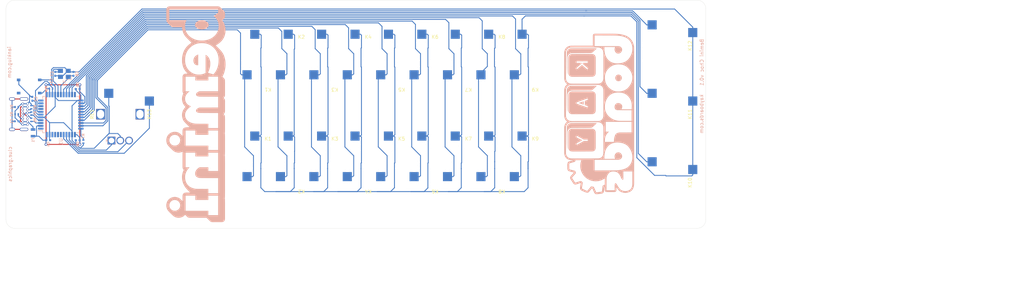
<source format=kicad_pcb>
(kicad_pcb (version 20171130) (host pcbnew "(5.1.5)-3")
  (layers (0 F.Cu signal) (31 B.Cu signal) (34 B.Paste user) (35 F.Paste user) (36 B.SilkS user) (37 F.SilkS user) (38 B.Mask user) (39 F.Mask user) (44 Edge.Cuts user))
  (net 0 "")
  (net 1 "Net-(C1-Pad1)")
  (net 2 GND)
  (net 3 VCC)
  (net 4 "Net-(C7-Pad2)")
  (net 5 "Net-(F1-Pad2)")
  (net 6 "Net-(J1-PadA5)")
  (net 7 "Net-(J1-PadA6)")
  (net 8 "Net-(J1-PadA7)")
  (net 9 "Net-(J1-PadB5)")
  (net 10 RST)
  (net 11 D-)
  (net 12 D+)
  (net 13 "Net-(R7-Pad2)")
  (net 14 "Net-(C2-Pad1)")
  (net 15 "Net-(C8-Pad2)")
  (net 16 K1)
  (net 17 K2)
  (net 18 K3)
  (net 19 K4)
  (net 20 K5)
  (net 21 K6)
  (net 22 K7)
  (net 23 K8)
  (net 24 K9)
  (net 25 K10)
  (net 26 K11)
  (net 27 K12)
  (net 28 K13)
  (net 29 RE1B)
  (net 30 RE1A)
  (module bemini:kayboards-logo (layer B.Cu) (at 220.9 54.7 270)
    (fp_text reference G*** hide)
    (fp_text value LOGO hide)
  )
  (module keyswitches:Kailh_socket_PG1350 (layer F.Cu) (at 84.737 54.765 180)
    (fp_text reference K13 (at -8.25 0 270) (layer F.SilkS))
    (fp_text value MX-NoLED)
    (pad 1 smd rect (at 3.275 5.95 180) (size 2.6 2.6) (layers B.Cu B.Paste B.Mask) (net 2 GND))
    (pad "" np_thru_hole circle (at -5 3.75 180) (size 3 3) (drill 3) (layers *.Cu *.Mask))
    (pad "" np_thru_hole circle (at 0 0 180) (size 3.429 3.429) (drill 3.429) (layers *.Cu *.Mask))
    (pad "" np_thru_hole circle (at 0 5.95 180) (size 3 3) (drill 3) (layers *.Cu *.Mask))
    (pad 2 smd rect (at -8.275 3.75 180) (size 2.6 2.6) (layers B.Cu B.Paste B.Mask) (net 28 K13))
    (pad "" np_thru_hole circle (at 5.22 -4.2 180) (size 0.9906 0.9906) (drill 0.9906) (layers *.Cu *.Mask))
  )
  (module "" (layer F.Cu) (at 202.937 48.065)
    (fp_text reference "" (at 106.237 54.765) (layer F.SilkS) (effects (font (size 1.27 1.27))))
    (fp_text value "" (at 106.237 54.765) (layer F.SilkS) (effects (font (size 1.27 1.27))))
  )
  (module "" (layer F.Cu) (at 235.237 54.965)
    (fp_text reference "" (at 106.237 54.765) (layer F.SilkS) (effects (font (size 1.27 1.27))))
    (fp_text value "" (at 106.237 54.765) (layer F.SilkS) (effects (font (size 1.27 1.27))))
  )
  (module bemini:bemini-logo (layer B.Cu) (at 106.237 54.765 270)
    (fp_text reference G*** hide)
    (fp_text value LOGO hide)
  )
  (module keyswitches:Kailh_socket_PG1350 (layer F.Cu) (at 126.737 69.265 270)
    (fp_text reference K1 (at -7.5 0) (layer F.SilkS))
    (fp_text value MX-NoLED)
    (pad "" np_thru_hole circle (at -5.5 0 270) (size 1.7018 1.7018) (drill 1.7018) (layers *.Cu *.Mask))
    (pad "" np_thru_hole circle (at 5.5 0 270) (size 1.7018 1.7018) (drill 1.7018) (layers *.Cu *.Mask))
    (pad 1 smd rect (at 3.275 5.95 270) (size 2.6 2.6) (layers B.Cu B.Paste B.Mask) (net 16 K1))
    (pad "" np_thru_hole circle (at -5 3.75 270) (size 3 3) (drill 3) (layers *.Cu *.Mask))
    (pad "" np_thru_hole circle (at 0 0 270) (size 3.429 3.429) (drill 3.429) (layers *.Cu *.Mask))
    (pad "" np_thru_hole circle (at 0 5.95 270) (size 3 3) (drill 3) (layers *.Cu *.Mask))
    (pad 2 smd rect (at -8.275 3.75 270) (size 2.6 2.6) (layers B.Cu B.Paste B.Mask) (net 2 GND))
    (pad "" np_thru_hole circle (at 5.22 -4.2 270) (size 0.9906 0.9906) (drill 0.9906) (layers *.Cu *.Mask))
  )
  (module keyswitches:Kailh_socket_PG1350 (layer F.Cu) (at 136.237 69.265 270)
    (fp_text reference KA2 hide)
    (fp_text value MX-NoLED)
    (pad "" np_thru_hole circle (at -5.5 0 270) (size 1.7018 1.7018) (drill 1.7018) (layers *.Cu *.Mask))
    (pad "" np_thru_hole circle (at 5.5 0 270) (size 1.7018 1.7018) (drill 1.7018) (layers *.Cu *.Mask))
    (pad 1 smd rect (at 3.275 5.95 270) (size 2.6 2.6) (layers B.Cu B.Paste B.Mask) (net 17 K2))
    (pad "" np_thru_hole circle (at -5 3.75 270) (size 3 3) (drill 3) (layers *.Cu *.Mask))
    (pad "" np_thru_hole circle (at 0 0 270) (size 3.429 3.429) (drill 3.429) (layers *.Cu *.Mask))
    (pad "" np_thru_hole circle (at 0 5.95 270) (size 3 3) (drill 3) (layers *.Cu *.Mask))
    (pad 2 smd rect (at -8.275 3.75 270) (size 2.6 2.6) (layers B.Cu B.Paste B.Mask) (net 2 GND))
    (pad "" np_thru_hole circle (at 5.22 -4.2 270) (size 0.9906 0.9906) (drill 0.9906) (layers *.Cu *.Mask))
  )
  (module keyswitches:Kailh_socket_PG1350 (layer F.Cu) (at 145.737 69.265 270)
    (fp_text reference K3 (at -7.5 0) (layer F.SilkS))
    (fp_text value MX-NoLED)
    (pad "" np_thru_hole circle (at -5.5 0 270) (size 1.7018 1.7018) (drill 1.7018) (layers *.Cu *.Mask))
    (pad "" np_thru_hole circle (at 5.5 0 270) (size 1.7018 1.7018) (drill 1.7018) (layers *.Cu *.Mask))
    (pad 1 smd rect (at 3.275 5.95 270) (size 2.6 2.6) (layers B.Cu B.Paste B.Mask) (net 18 K3))
    (pad "" np_thru_hole circle (at -5 3.75 270) (size 3 3) (drill 3) (layers *.Cu *.Mask))
    (pad "" np_thru_hole circle (at 0 0 270) (size 3.429 3.429) (drill 3.429) (layers *.Cu *.Mask))
    (pad "" np_thru_hole circle (at 0 5.95 270) (size 3 3) (drill 3) (layers *.Cu *.Mask))
    (pad 2 smd rect (at -8.275 3.75 270) (size 2.6 2.6) (layers B.Cu B.Paste B.Mask) (net 2 GND))
    (pad "" np_thru_hole circle (at 5.22 -4.2 270) (size 0.9906 0.9906) (drill 0.9906) (layers *.Cu *.Mask))
  )
  (module keyswitches:Kailh_socket_PG1350 (layer F.Cu) (at 155.237 69.265 270)
    (fp_text reference KA4 hide)
    (fp_text value MX-NoLED)
    (pad "" np_thru_hole circle (at -5.5 0 270) (size 1.7018 1.7018) (drill 1.7018) (layers *.Cu *.Mask))
    (pad "" np_thru_hole circle (at 5.5 0 270) (size 1.7018 1.7018) (drill 1.7018) (layers *.Cu *.Mask))
    (pad 1 smd rect (at 3.275 5.95 270) (size 2.6 2.6) (layers B.Cu B.Paste B.Mask) (net 19 K4))
    (pad "" np_thru_hole circle (at -5 3.75 270) (size 3 3) (drill 3) (layers *.Cu *.Mask))
    (pad "" np_thru_hole circle (at 0 0 270) (size 3.429 3.429) (drill 3.429) (layers *.Cu *.Mask))
    (pad "" np_thru_hole circle (at 0 5.95 270) (size 3 3) (drill 3) (layers *.Cu *.Mask))
    (pad 2 smd rect (at -8.275 3.75 270) (size 2.6 2.6) (layers B.Cu B.Paste B.Mask) (net 2 GND))
    (pad "" np_thru_hole circle (at 5.22 -4.2 270) (size 0.9906 0.9906) (drill 0.9906) (layers *.Cu *.Mask))
  )
  (module keyswitches:Kailh_socket_PG1350 (layer F.Cu) (at 164.737 69.265 270)
    (fp_text reference K5 (at -7.5 0) (layer F.SilkS))
    (fp_text value MX-NoLED)
    (pad "" np_thru_hole circle (at -5.5 0 270) (size 1.7018 1.7018) (drill 1.7018) (layers *.Cu *.Mask))
    (pad "" np_thru_hole circle (at 5.5 0 270) (size 1.7018 1.7018) (drill 1.7018) (layers *.Cu *.Mask))
    (pad 1 smd rect (at 3.275 5.95 270) (size 2.6 2.6) (layers B.Cu B.Paste B.Mask) (net 20 K5))
    (pad "" np_thru_hole circle (at -5 3.75 270) (size 3 3) (drill 3) (layers *.Cu *.Mask))
    (pad "" np_thru_hole circle (at 0 0 270) (size 3.429 3.429) (drill 3.429) (layers *.Cu *.Mask))
    (pad "" np_thru_hole circle (at 0 5.95 270) (size 3 3) (drill 3) (layers *.Cu *.Mask))
    (pad 2 smd rect (at -8.275 3.75 270) (size 2.6 2.6) (layers B.Cu B.Paste B.Mask) (net 2 GND))
    (pad "" np_thru_hole circle (at 5.22 -4.2 270) (size 0.9906 0.9906) (drill 0.9906) (layers *.Cu *.Mask))
  )
  (module keyswitches:Kailh_socket_PG1350 (layer F.Cu) (at 174.237 69.265 270)
    (fp_text reference KA6 hide)
    (fp_text value MX-NoLED)
    (pad "" np_thru_hole circle (at -5.5 0 270) (size 1.7018 1.7018) (drill 1.7018) (layers *.Cu *.Mask))
    (pad "" np_thru_hole circle (at 5.5 0 270) (size 1.7018 1.7018) (drill 1.7018) (layers *.Cu *.Mask))
    (pad 1 smd rect (at 3.275 5.95 270) (size 2.6 2.6) (layers B.Cu B.Paste B.Mask) (net 21 K6))
    (pad "" np_thru_hole circle (at -5 3.75 270) (size 3 3) (drill 3) (layers *.Cu *.Mask))
    (pad "" np_thru_hole circle (at 0 0 270) (size 3.429 3.429) (drill 3.429) (layers *.Cu *.Mask))
    (pad "" np_thru_hole circle (at 0 5.95 270) (size 3 3) (drill 3) (layers *.Cu *.Mask))
    (pad 2 smd rect (at -8.275 3.75 270) (size 2.6 2.6) (layers B.Cu B.Paste B.Mask) (net 2 GND))
    (pad "" np_thru_hole circle (at 5.22 -4.2 270) (size 0.9906 0.9906) (drill 0.9906) (layers *.Cu *.Mask))
  )
  (module keyswitches:Kailh_socket_PG1350 (layer F.Cu) (at 183.737 69.265 270)
    (fp_text reference K7 (at -7.5 0) (layer F.SilkS))
    (fp_text value MX-NoLED)
    (pad "" np_thru_hole circle (at -5.5 0 270) (size 1.7018 1.7018) (drill 1.7018) (layers *.Cu *.Mask))
    (pad "" np_thru_hole circle (at 5.5 0 270) (size 1.7018 1.7018) (drill 1.7018) (layers *.Cu *.Mask))
    (pad 1 smd rect (at 3.275 5.95 270) (size 2.6 2.6) (layers B.Cu B.Paste B.Mask) (net 22 K7))
    (pad "" np_thru_hole circle (at -5 3.75 270) (size 3 3) (drill 3) (layers *.Cu *.Mask))
    (pad "" np_thru_hole circle (at 0 0 270) (size 3.429 3.429) (drill 3.429) (layers *.Cu *.Mask))
    (pad "" np_thru_hole circle (at 0 5.95 270) (size 3 3) (drill 3) (layers *.Cu *.Mask))
    (pad 2 smd rect (at -8.275 3.75 270) (size 2.6 2.6) (layers B.Cu B.Paste B.Mask) (net 2 GND))
    (pad "" np_thru_hole circle (at 5.22 -4.2 270) (size 0.9906 0.9906) (drill 0.9906) (layers *.Cu *.Mask))
  )
  (module keyswitches:Kailh_socket_PG1350 (layer F.Cu) (at 193.237 69.265 270)
    (fp_text reference KA8 hide)
    (fp_text value MX-NoLED)
    (pad "" np_thru_hole circle (at -5.5 0 270) (size 1.7018 1.7018) (drill 1.7018) (layers *.Cu *.Mask))
    (pad "" np_thru_hole circle (at 5.5 0 270) (size 1.7018 1.7018) (drill 1.7018) (layers *.Cu *.Mask))
    (pad 1 smd rect (at 3.275 5.95 270) (size 2.6 2.6) (layers B.Cu B.Paste B.Mask) (net 23 K8))
    (pad "" np_thru_hole circle (at -5 3.75 270) (size 3 3) (drill 3) (layers *.Cu *.Mask))
    (pad "" np_thru_hole circle (at 0 0 270) (size 3.429 3.429) (drill 3.429) (layers *.Cu *.Mask))
    (pad "" np_thru_hole circle (at 0 5.95 270) (size 3 3) (drill 3) (layers *.Cu *.Mask))
    (pad 2 smd rect (at -8.275 3.75 270) (size 2.6 2.6) (layers B.Cu B.Paste B.Mask) (net 2 GND))
    (pad "" np_thru_hole circle (at 5.22 -4.2 270) (size 0.9906 0.9906) (drill 0.9906) (layers *.Cu *.Mask))
  )
  (module keyswitches:Kailh_socket_PG1350 (layer F.Cu) (at 202.737 69.265 270)
    (fp_text reference K9 (at -7.5 0) (layer F.SilkS))
    (fp_text value MX-NoLED)
    (pad "" np_thru_hole circle (at -5.5 0 270) (size 1.7018 1.7018) (drill 1.7018) (layers *.Cu *.Mask))
    (pad "" np_thru_hole circle (at 5.5 0 270) (size 1.7018 1.7018) (drill 1.7018) (layers *.Cu *.Mask))
    (pad 1 smd rect (at 3.275 5.95 270) (size 2.6 2.6) (layers B.Cu B.Paste B.Mask) (net 24 K9))
    (pad "" np_thru_hole circle (at -5 3.75 270) (size 3 3) (drill 3) (layers *.Cu *.Mask))
    (pad "" np_thru_hole circle (at 0 0 270) (size 3.429 3.429) (drill 3.429) (layers *.Cu *.Mask))
    (pad "" np_thru_hole circle (at 0 5.95 270) (size 3 3) (drill 3) (layers *.Cu *.Mask))
    (pad 2 smd rect (at -8.275 3.75 270) (size 2.6 2.6) (layers B.Cu B.Paste B.Mask) (net 2 GND))
    (pad "" np_thru_hole circle (at 5.22 -4.2 270) (size 0.9906 0.9906) (drill 0.9906) (layers *.Cu *.Mask))
  )
  (module Rotary_Encoder:RotaryEncoder_Alps_EC12E_Vertical_H20mm (layer F.Cu) (at 82.237 62.265 90)
    (fp_text reference RE1 (at 7.5 -5.5 90) (layer F.SilkS))
    (fp_text value Rotary_Encoder)
    (pad MP thru_hole rect (at 7.5 8.1 90) (size 3 2.5) (drill oval 2.5 2) (layers *.Cu *.Mask))
    (pad MP thru_hole rect (at 7.5 -3.1 90) (size 3 2.5) (drill oval 2.5 2) (layers *.Cu *.Mask))
    (pad B thru_hole circle (at 0 5 90) (size 2.2 2.2) (drill 1.6) (layers *.Cu *.Mask) (net 29 RE1B))
    (pad C thru_hole circle (at 0 2.5 90) (size 2.2 2.2) (drill 1.6) (layers *.Cu *.Mask) (net 2 GND))
    (pad A thru_hole rect (at 0 0 90) (size 2.2 2.2) (drill 1.6) (layers *.Cu *.Mask) (net 30 RE1A))
  )
  (module keyswitches:Kailh_socket_PG1350 (layer F.Cu) (at 239.237 74.265 180)
    (fp_text reference K10 (at -7.5 0 270) (layer F.SilkS))
    (fp_text value MX-NoLED)
    (pad "" np_thru_hole circle (at -5.5 0 180) (size 1.7018 1.7018) (drill 1.7018) (layers *.Cu *.Mask))
    (pad "" np_thru_hole circle (at 5.5 0 180) (size 1.7018 1.7018) (drill 1.7018) (layers *.Cu *.Mask))
    (pad 1 smd rect (at 3.275 5.95 180) (size 2.6 2.6) (layers B.Cu B.Paste B.Mask) (net 25 K10))
    (pad "" np_thru_hole circle (at -5 3.75 180) (size 3 3) (drill 3) (layers *.Cu *.Mask))
    (pad "" np_thru_hole circle (at 0 0 180) (size 3.429 3.429) (drill 3.429) (layers *.Cu *.Mask))
    (pad "" np_thru_hole circle (at 0 5.95 180) (size 3 3) (drill 3) (layers *.Cu *.Mask))
    (pad 2 smd rect (at -8.275 3.75 180) (size 2.6 2.6) (layers B.Cu B.Paste B.Mask) (net 2 GND))
    (pad "" np_thru_hole circle (at 5.22 -4.2 180) (size 0.9906 0.9906) (drill 0.9906) (layers *.Cu *.Mask))
  )
  (module keyswitches:Kailh_socket_PG1350 (layer F.Cu) (at 239.237 54.765 180)
    (fp_text reference K11 (at -7.5 0 270) (layer F.SilkS))
    (fp_text value MX-NoLED)
    (pad "" np_thru_hole circle (at -5.5 0 180) (size 1.7018 1.7018) (drill 1.7018) (layers *.Cu *.Mask))
    (pad "" np_thru_hole circle (at 5.5 0 180) (size 1.7018 1.7018) (drill 1.7018) (layers *.Cu *.Mask))
    (pad 1 smd rect (at 3.275 5.95 180) (size 2.6 2.6) (layers B.Cu B.Paste B.Mask) (net 26 K11))
    (pad "" np_thru_hole circle (at -5 3.75 180) (size 3 3) (drill 3) (layers *.Cu *.Mask))
    (pad "" np_thru_hole circle (at 0 0 180) (size 3.429 3.429) (drill 3.429) (layers *.Cu *.Mask))
    (pad "" np_thru_hole circle (at 0 5.95 180) (size 3 3) (drill 3) (layers *.Cu *.Mask))
    (pad 2 smd rect (at -8.275 3.75 180) (size 2.6 2.6) (layers B.Cu B.Paste B.Mask) (net 2 GND))
    (pad "" np_thru_hole circle (at 5.22 -4.2 180) (size 0.9906 0.9906) (drill 0.9906) (layers *.Cu *.Mask))
  )
  (module keyswitches:Kailh_socket_PG1350 (layer F.Cu) (at 239.237 35.265 180)
    (fp_text reference K12 (at -7.5 0 270) (layer F.SilkS))
    (fp_text value MX-NoLED)
    (pad "" np_thru_hole circle (at 5.22 -4.2 180) (size 0.9906 0.9906) (drill 0.9906) (layers *.Cu *.Mask))
    (pad 2 smd rect (at -8.275 3.75 180) (size 2.6 2.6) (layers B.Cu B.Paste B.Mask) (net 2 GND))
    (pad "" np_thru_hole circle (at 0 5.95 180) (size 3 3) (drill 3) (layers *.Cu *.Mask))
    (pad "" np_thru_hole circle (at 0 0 180) (size 3.429 3.429) (drill 3.429) (layers *.Cu *.Mask))
    (pad "" np_thru_hole circle (at -5 3.75 180) (size 3 3) (drill 3) (layers *.Cu *.Mask))
    (pad 1 smd rect (at 3.275 5.95 180) (size 2.6 2.6) (layers B.Cu B.Paste B.Mask) (net 27 K12))
    (pad "" np_thru_hole circle (at 5.5 0 180) (size 1.7018 1.7018) (drill 1.7018) (layers *.Cu *.Mask))
    (pad "" np_thru_hole circle (at -5.5 0 180) (size 1.7018 1.7018) (drill 1.7018) (layers *.Cu *.Mask))
  )
  (module keyswitches:Kailh_socket_PG1350 (layer F.Cu) (at 202.737 40.265 270)
    (fp_text reference KA9 hide)
    (fp_text value MX-NoLED)
    (pad "" np_thru_hole circle (at -5.5 0 270) (size 1.7018 1.7018) (drill 1.7018) (layers *.Cu *.Mask))
    (pad "" np_thru_hole circle (at 5.5 0 270) (size 1.7018 1.7018) (drill 1.7018) (layers *.Cu *.Mask))
    (pad 1 smd rect (at 3.275 5.95 270) (size 2.6 2.6) (layers B.Cu B.Paste B.Mask) (net 24 K9))
    (pad "" np_thru_hole circle (at -5 3.75 270) (size 3 3) (drill 3) (layers *.Cu *.Mask))
    (pad "" np_thru_hole circle (at 0 0 270) (size 3.429 3.429) (drill 3.429) (layers *.Cu *.Mask))
    (pad "" np_thru_hole circle (at 0 5.95 270) (size 3 3) (drill 3) (layers *.Cu *.Mask))
    (pad 2 smd rect (at -8.275 3.75 270) (size 2.6 2.6) (layers B.Cu B.Paste B.Mask) (net 2 GND))
    (pad "" np_thru_hole circle (at 5.22 -4.2 270) (size 0.9906 0.9906) (drill 0.9906) (layers *.Cu *.Mask))
  )
  (module keyswitches:Kailh_socket_PG1350 (layer F.Cu) (at 193.237 40.265 270)
    (fp_text reference K8 (at -7.5 0) (layer F.SilkS))
    (fp_text value MX-NoLED)
    (pad "" np_thru_hole circle (at -5.5 0 270) (size 1.7018 1.7018) (drill 1.7018) (layers *.Cu *.Mask))
    (pad "" np_thru_hole circle (at 5.5 0 270) (size 1.7018 1.7018) (drill 1.7018) (layers *.Cu *.Mask))
    (pad 1 smd rect (at 3.275 5.95 270) (size 2.6 2.6) (layers B.Cu B.Paste B.Mask) (net 23 K8))
    (pad "" np_thru_hole circle (at -5 3.75 270) (size 3 3) (drill 3) (layers *.Cu *.Mask))
    (pad "" np_thru_hole circle (at 0 0 270) (size 3.429 3.429) (drill 3.429) (layers *.Cu *.Mask))
    (pad "" np_thru_hole circle (at 0 5.95 270) (size 3 3) (drill 3) (layers *.Cu *.Mask))
    (pad 2 smd rect (at -8.275 3.75 270) (size 2.6 2.6) (layers B.Cu B.Paste B.Mask) (net 2 GND))
    (pad "" np_thru_hole circle (at 5.22 -4.2 270) (size 0.9906 0.9906) (drill 0.9906) (layers *.Cu *.Mask))
  )
  (module keyswitches:Kailh_socket_PG1350 (layer F.Cu) (at 183.737 40.265 270)
    (fp_text reference KA7 hide)
    (fp_text value MX-NoLED)
    (pad "" np_thru_hole circle (at -5.5 0 270) (size 1.7018 1.7018) (drill 1.7018) (layers *.Cu *.Mask))
    (pad "" np_thru_hole circle (at 5.5 0 270) (size 1.7018 1.7018) (drill 1.7018) (layers *.Cu *.Mask))
    (pad 1 smd rect (at 3.275 5.95 270) (size 2.6 2.6) (layers B.Cu B.Paste B.Mask) (net 22 K7))
    (pad "" np_thru_hole circle (at -5 3.75 270) (size 3 3) (drill 3) (layers *.Cu *.Mask))
    (pad "" np_thru_hole circle (at 0 0 270) (size 3.429 3.429) (drill 3.429) (layers *.Cu *.Mask))
    (pad "" np_thru_hole circle (at 0 5.95 270) (size 3 3) (drill 3) (layers *.Cu *.Mask))
    (pad 2 smd rect (at -8.275 3.75 270) (size 2.6 2.6) (layers B.Cu B.Paste B.Mask) (net 2 GND))
    (pad "" np_thru_hole circle (at 5.22 -4.2 270) (size 0.9906 0.9906) (drill 0.9906) (layers *.Cu *.Mask))
  )
  (module keyswitches:Kailh_socket_PG1350 (layer F.Cu) (at 174.237 40.265 270)
    (fp_text reference K6 (at -7.5 0) (layer F.SilkS))
    (fp_text value MX-NoLED)
    (pad "" np_thru_hole circle (at -5.5 0 270) (size 1.7018 1.7018) (drill 1.7018) (layers *.Cu *.Mask))
    (pad "" np_thru_hole circle (at 5.5 0 270) (size 1.7018 1.7018) (drill 1.7018) (layers *.Cu *.Mask))
    (pad 1 smd rect (at 3.275 5.95 270) (size 2.6 2.6) (layers B.Cu B.Paste B.Mask) (net 21 K6))
    (pad "" np_thru_hole circle (at -5 3.75 270) (size 3 3) (drill 3) (layers *.Cu *.Mask))
    (pad "" np_thru_hole circle (at 0 0 270) (size 3.429 3.429) (drill 3.429) (layers *.Cu *.Mask))
    (pad "" np_thru_hole circle (at 0 5.95 270) (size 3 3) (drill 3) (layers *.Cu *.Mask))
    (pad 2 smd rect (at -8.275 3.75 270) (size 2.6 2.6) (layers B.Cu B.Paste B.Mask) (net 2 GND))
    (pad "" np_thru_hole circle (at 5.22 -4.2 270) (size 0.9906 0.9906) (drill 0.9906) (layers *.Cu *.Mask))
  )
  (module keyswitches:Kailh_socket_PG1350 (layer F.Cu) (at 164.737 40.265 270)
    (fp_text reference KA5 hide)
    (fp_text value MX-NoLED)
    (pad "" np_thru_hole circle (at -5.5 0 270) (size 1.7018 1.7018) (drill 1.7018) (layers *.Cu *.Mask))
    (pad "" np_thru_hole circle (at 5.5 0 270) (size 1.7018 1.7018) (drill 1.7018) (layers *.Cu *.Mask))
    (pad 1 smd rect (at 3.275 5.95 270) (size 2.6 2.6) (layers B.Cu B.Paste B.Mask) (net 20 K5))
    (pad "" np_thru_hole circle (at -5 3.75 270) (size 3 3) (drill 3) (layers *.Cu *.Mask))
    (pad "" np_thru_hole circle (at 0 0 270) (size 3.429 3.429) (drill 3.429) (layers *.Cu *.Mask))
    (pad "" np_thru_hole circle (at 0 5.95 270) (size 3 3) (drill 3) (layers *.Cu *.Mask))
    (pad 2 smd rect (at -8.275 3.75 270) (size 2.6 2.6) (layers B.Cu B.Paste B.Mask) (net 2 GND))
    (pad "" np_thru_hole circle (at 5.22 -4.2 270) (size 0.9906 0.9906) (drill 0.9906) (layers *.Cu *.Mask))
  )
  (module keyswitches:Kailh_socket_PG1350 (layer F.Cu) (at 155.237 40.265 270)
    (fp_text reference K4 (at -7.5 0) (layer F.SilkS))
    (fp_text value MX-NoLED)
    (pad "" np_thru_hole circle (at -5.5 0 270) (size 1.7018 1.7018) (drill 1.7018) (layers *.Cu *.Mask))
    (pad "" np_thru_hole circle (at 5.5 0 270) (size 1.7018 1.7018) (drill 1.7018) (layers *.Cu *.Mask))
    (pad 1 smd rect (at 3.275 5.95 270) (size 2.6 2.6) (layers B.Cu B.Paste B.Mask) (net 19 K4))
    (pad "" np_thru_hole circle (at -5 3.75 270) (size 3 3) (drill 3) (layers *.Cu *.Mask))
    (pad "" np_thru_hole circle (at 0 0 270) (size 3.429 3.429) (drill 3.429) (layers *.Cu *.Mask))
    (pad "" np_thru_hole circle (at 0 5.95 270) (size 3 3) (drill 3) (layers *.Cu *.Mask))
    (pad 2 smd rect (at -8.275 3.75 270) (size 2.6 2.6) (layers B.Cu B.Paste B.Mask) (net 2 GND))
    (pad "" np_thru_hole circle (at 5.22 -4.2 270) (size 0.9906 0.9906) (drill 0.9906) (layers *.Cu *.Mask))
  )
  (module keyswitches:Kailh_socket_PG1350 (layer F.Cu) (at 145.737 40.265 270)
    (fp_text reference KA3 hide)
    (fp_text value MX-NoLED)
    (pad "" np_thru_hole circle (at -5.5 0 270) (size 1.7018 1.7018) (drill 1.7018) (layers *.Cu *.Mask))
    (pad "" np_thru_hole circle (at 5.5 0 270) (size 1.7018 1.7018) (drill 1.7018) (layers *.Cu *.Mask))
    (pad 1 smd rect (at 3.275 5.95 270) (size 2.6 2.6) (layers B.Cu B.Paste B.Mask) (net 18 K3))
    (pad "" np_thru_hole circle (at -5 3.75 270) (size 3 3) (drill 3) (layers *.Cu *.Mask))
    (pad "" np_thru_hole circle (at 0 0 270) (size 3.429 3.429) (drill 3.429) (layers *.Cu *.Mask))
    (pad "" np_thru_hole circle (at 0 5.95 270) (size 3 3) (drill 3) (layers *.Cu *.Mask))
    (pad 2 smd rect (at -8.275 3.75 270) (size 2.6 2.6) (layers B.Cu B.Paste B.Mask) (net 2 GND))
    (pad "" np_thru_hole circle (at 5.22 -4.2 270) (size 0.9906 0.9906) (drill 0.9906) (layers *.Cu *.Mask))
  )
  (module keyswitches:Kailh_socket_PG1350 (layer F.Cu) (at 136.237 40.265 270)
    (fp_text reference K2 (at -7.5 0) (layer F.SilkS))
    (fp_text value MX-NoLED)
    (pad "" np_thru_hole circle (at -5.5 0 270) (size 1.7018 1.7018) (drill 1.7018) (layers *.Cu *.Mask))
    (pad "" np_thru_hole circle (at 5.5 0 270) (size 1.7018 1.7018) (drill 1.7018) (layers *.Cu *.Mask))
    (pad 1 smd rect (at 3.275 5.95 270) (size 2.6 2.6) (layers B.Cu B.Paste B.Mask) (net 17 K2))
    (pad "" np_thru_hole circle (at -5 3.75 270) (size 3 3) (drill 3) (layers *.Cu *.Mask))
    (pad "" np_thru_hole circle (at 0 0 270) (size 3.429 3.429) (drill 3.429) (layers *.Cu *.Mask))
    (pad "" np_thru_hole circle (at 0 5.95 270) (size 3 3) (drill 3) (layers *.Cu *.Mask))
    (pad 2 smd rect (at -8.275 3.75 270) (size 2.6 2.6) (layers B.Cu B.Paste B.Mask) (net 2 GND))
    (pad "" np_thru_hole circle (at 5.22 -4.2 270) (size 0.9906 0.9906) (drill 0.9906) (layers *.Cu *.Mask))
  )
  (module keyswitches:Kailh_socket_PG1350 (layer F.Cu) (at 126.737 40.265 270)
    (fp_text reference KA1 hide)
    (fp_text value MX-NoLED)
    (pad "" np_thru_hole circle (at -5.5 0 270) (size 1.7018 1.7018) (drill 1.7018) (layers *.Cu *.Mask))
    (pad "" np_thru_hole circle (at 5.5 0 270) (size 1.7018 1.7018) (drill 1.7018) (layers *.Cu *.Mask))
    (pad 1 smd rect (at 3.275 5.95 270) (size 2.6 2.6) (layers B.Cu B.Paste B.Mask) (net 16 K1))
    (pad "" np_thru_hole circle (at -5 3.75 270) (size 3 3) (drill 3) (layers *.Cu *.Mask))
    (pad "" np_thru_hole circle (at 0 0 270) (size 3.429 3.429) (drill 3.429) (layers *.Cu *.Mask))
    (pad "" np_thru_hole circle (at 0 5.95 270) (size 3 3) (drill 3) (layers *.Cu *.Mask))
    (pad 2 smd rect (at -8.275 3.75 270) (size 2.6 2.6) (layers B.Cu B.Paste B.Mask) (net 2 GND))
    (pad "" np_thru_hole circle (at 5.22 -4.2 270) (size 0.9906 0.9906) (drill 0.9906) (layers *.Cu *.Mask))
  )
  (module kicad-open-modules:TS-1187A-B-A-B (layer B.Cu) (at 58.836 46.872 180)
    (fp_text reference S1 hide)
    (fp_text value SW_Push)
    (pad 2 smd rect (at -3 -1.875 180) (size 1 0.75) (layers B.Cu B.Paste B.Mask) (net 10 RST))
    (pad 2 smd rect (at 3 -1.875 180) (size 1 0.75) (layers B.Cu B.Paste B.Mask) (net 10 RST))
    (pad 1 smd rect (at 3 1.875 180) (size 1 0.75) (layers B.Cu B.Paste B.Mask) (net 2 GND))
    (pad 1 smd rect (at -3 1.875 180) (size 1 0.75) (layers B.Cu B.Paste B.Mask) (net 2 GND))
  )
  (module Keebio-Parts:R_0402 (layer B.Cu) (at 59.436 54.572 90)
    (fp_text reference R4 (at 0 1.1 270) (layer B.SilkS) (effects (font (size 0.7 0.7)) (justify mirror)))
    (fp_text value 22)
    (pad 1 smd rect (at -0.45 0 90) (size 0.4 0.6) (layers B.Cu B.Paste B.Mask) (net 12 D+))
    (pad 2 smd rect (at 0.45 0 90) (size 0.4 0.6) (layers B.Cu B.Paste B.Mask) (net 7 "Net-(J1-PadA6)"))
  )
  (module Keebio-Parts:R_0402 (layer B.Cu) (at 59.436 56.372 90)
    (fp_text reference R5 (at 0 1.1 270) (layer B.SilkS) (effects (font (size 0.7 0.7)) (justify mirror)))
    (fp_text value 22)
    (pad 1 smd rect (at -0.45 0 90) (size 0.4 0.6) (layers B.Cu B.Paste B.Mask) (net 11 D-))
    (pad 2 smd rect (at 0.45 0 90) (size 0.4 0.6) (layers B.Cu B.Paste B.Mask) (net 8 "Net-(J1-PadA7)"))
  )
  (module Keebio-Parts:C_0402 (layer B.Cu) (at 59.736 50.372 90)
    (fp_text reference C2 (at -0.043 1.001 270) (layer B.SilkS) (effects (font (size 0.7 0.7)) (justify mirror)))
    (fp_text value 1uF)
    (pad 1 smd rect (at -0.55 0 90) (size 0.6 0.5) (layers B.Cu B.Paste B.Mask) (net 14 "Net-(C2-Pad1)"))
    (pad 2 smd rect (at 0.55 0 90) (size 0.6 0.5) (layers B.Cu B.Paste B.Mask) (net 2 GND))
  )
  (module Keebio-Parts:C_0402 (layer B.Cu) (at 64.236 62.172)
    (fp_text reference C4 (at 0 1.143 90 unlocked) (layer B.SilkS) (effects (font (size 0.7 0.7)) (justify mirror)))
    (fp_text value 0.1uF)
    (pad 1 smd rect (at -0.55 0) (size 0.6 0.5) (layers B.Cu B.Paste B.Mask) (net 3 VCC))
    (pad 2 smd rect (at 0.55 0) (size 0.6 0.5) (layers B.Cu B.Paste B.Mask) (net 2 GND))
  )
  (module Keebio-Parts:R_0402 (layer B.Cu) (at 65.036 47.472 180)
    (fp_text reference R6 (at 1.3 0 90) (layer B.SilkS) (effects (font (size 0.7 0.7)) (justify mirror)))
    (fp_text value 10k)
    (pad 1 smd rect (at -0.45 0 180) (size 0.4 0.6) (layers B.Cu B.Paste B.Mask) (net 3 VCC))
    (pad 2 smd rect (at 0.45 0 180) (size 0.4 0.6) (layers B.Cu B.Paste B.Mask) (net 10 RST))
  )
  (module Keebio-Parts:C_0402 (layer B.Cu) (at 71.436 43.272 270)
    (fp_text reference C8 (at 0 -1 90) (layer B.SilkS) (effects (font (size 0.7 0.7)) (justify mirror)))
    (fp_text value 22pF)
    (pad 1 smd rect (at -0.55 0 270) (size 0.6 0.5) (layers B.Cu B.Paste B.Mask) (net 2 GND))
    (pad 2 smd rect (at 0.55 0 270) (size 0.6 0.5) (layers B.Cu B.Paste B.Mask) (net 15 "Net-(C8-Pad2)"))
  )
  (module Keebio-Parts:C_0402 (layer B.Cu) (at 72.636 47.572 180)
    (fp_text reference C6 (at 0 1.2 270) (layer B.SilkS) (effects (font (size 0.7 0.7)) (justify mirror)))
    (fp_text value 10uF)
    (pad 1 smd rect (at -0.55 0 180) (size 0.6 0.5) (layers B.Cu B.Paste B.Mask) (net 3 VCC))
    (pad 2 smd rect (at 0.55 0 180) (size 0.6 0.5) (layers B.Cu B.Paste B.Mask) (net 2 GND))
  )
  (module Keebio-Parts:R_0402 (layer B.Cu) (at 59.436 52.772 270)
    (fp_text reference R3 (at 0 -1.1 270) (layer B.SilkS) (effects (font (size 0.7 0.7)) (justify mirror)))
    (fp_text value 5.1k)
    (pad 1 smd rect (at -0.45 0 270) (size 0.4 0.6) (layers B.Cu B.Paste B.Mask) (net 2 GND))
    (pad 2 smd rect (at 0.45 0 270) (size 0.4 0.6) (layers B.Cu B.Paste B.Mask) (net 6 "Net-(J1-PadA5)"))
  )
  (module Keebio-Parts:R_0402 (layer B.Cu) (at 74.236 62.572 90)
    (fp_text reference R7 (at 1.607 0.001 90) (layer B.SilkS) (effects (font (size 0.7 0.7)) (justify mirror)))
    (fp_text value 10k)
    (pad 1 smd rect (at -0.45 0 90) (size 0.4 0.6) (layers B.Cu B.Paste B.Mask) (net 2 GND))
    (pad 2 smd rect (at 0.45 0 90) (size 0.4 0.6) (layers B.Cu B.Paste B.Mask) (net 13 "Net-(R7-Pad2)"))
  )
  (module Keebio-Parts:C_0402 (layer B.Cu) (at 66.236 43.272 90)
    (fp_text reference C7 (at 0 -0.9 270) (layer B.SilkS) (effects (font (size 0.7 0.7)) (justify mirror)))
    (fp_text value 22pF)
    (pad 1 smd rect (at -0.55 0 90) (size 0.6 0.5) (layers B.Cu B.Paste B.Mask) (net 2 GND))
    (pad 2 smd rect (at 0.55 0 90) (size 0.6 0.5) (layers B.Cu B.Paste B.Mask) (net 4 "Net-(C7-Pad2)"))
  )
  (module Package_QFP:TQFP-44_10x10mm_P0.8mm (layer B.Cu) (at 67.836 54.872)
    (fp_text reference U1 (at 0 7.7 90 unlocked) (layer B.SilkS) (effects (justify mirror)))
    (fp_text value ATmega32U4-AU)
    (pad 44 smd rect (at -4 5.7 270) (size 1.5 0.55) (layers B.Cu B.Paste B.Mask) (net 3 VCC))
    (pad 43 smd rect (at -3.2 5.7 270) (size 1.5 0.55) (layers B.Cu B.Paste B.Mask) (net 2 GND))
    (pad 42 smd rect (at -2.4 5.7 270) (size 1.5 0.55) (layers B.Cu B.Paste B.Mask))
    (pad 41 smd rect (at -1.6 5.7 270) (size 1.5 0.55) (layers B.Cu B.Paste B.Mask))
    (pad 40 smd rect (at -0.8 5.7 270) (size 1.5 0.55) (layers B.Cu B.Paste B.Mask))
    (pad 39 smd rect (at 0 5.7 270) (size 1.5 0.55) (layers B.Cu B.Paste B.Mask))
    (pad 38 smd rect (at 0.8 5.7 270) (size 1.5 0.55) (layers B.Cu B.Paste B.Mask) (net 28 K13))
    (pad 37 smd rect (at 1.6 5.7 270) (size 1.5 0.55) (layers B.Cu B.Paste B.Mask) (net 29 RE1B))
    (pad 36 smd rect (at 2.4 5.7 270) (size 1.5 0.55) (layers B.Cu B.Paste B.Mask) (net 30 RE1A))
    (pad 35 smd rect (at 3.2 5.7 270) (size 1.5 0.55) (layers B.Cu B.Paste B.Mask) (net 2 GND))
    (pad 34 smd rect (at 4 5.7 270) (size 1.5 0.55) (layers B.Cu B.Paste B.Mask) (net 3 VCC))
    (pad 33 smd rect (at 5.7 4) (size 1.5 0.55) (layers B.Cu B.Paste B.Mask) (net 13 "Net-(R7-Pad2)"))
    (pad 32 smd rect (at 5.7 3.2) (size 1.5 0.55) (layers B.Cu B.Paste B.Mask) (net 16 K1))
    (pad 31 smd rect (at 5.7 2.4) (size 1.5 0.55) (layers B.Cu B.Paste B.Mask) (net 17 K2))
    (pad 30 smd rect (at 5.7 1.6) (size 1.5 0.55) (layers B.Cu B.Paste B.Mask) (net 18 K3))
    (pad 29 smd rect (at 5.7 0.8) (size 1.5 0.55) (layers B.Cu B.Paste B.Mask) (net 19 K4))
    (pad 28 smd rect (at 5.7 0) (size 1.5 0.55) (layers B.Cu B.Paste B.Mask) (net 20 K5))
    (pad 27 smd rect (at 5.7 -0.8) (size 1.5 0.55) (layers B.Cu B.Paste B.Mask) (net 21 K6))
    (pad 26 smd rect (at 5.7 -1.6) (size 1.5 0.55) (layers B.Cu B.Paste B.Mask) (net 22 K7))
    (pad 25 smd rect (at 5.7 -2.4) (size 1.5 0.55) (layers B.Cu B.Paste B.Mask) (net 23 K8))
    (pad 24 smd rect (at 5.7 -3.2) (size 1.5 0.55) (layers B.Cu B.Paste B.Mask) (net 3 VCC))
    (pad 23 smd rect (at 5.7 -4) (size 1.5 0.55) (layers B.Cu B.Paste B.Mask) (net 2 GND))
    (pad 22 smd rect (at 4 -5.7 270) (size 1.5 0.55) (layers B.Cu B.Paste B.Mask))
    (pad 21 smd rect (at 3.2 -5.7 270) (size 1.5 0.55) (layers B.Cu B.Paste B.Mask) (net 24 K9))
    (pad 20 smd rect (at 2.4 -5.7 270) (size 1.5 0.55) (layers B.Cu B.Paste B.Mask) (net 25 K10))
    (pad 19 smd rect (at 1.6 -5.7 270) (size 1.5 0.55) (layers B.Cu B.Paste B.Mask) (net 26 K11))
    (pad 18 smd rect (at 0.8 -5.7 270) (size 1.5 0.55) (layers B.Cu B.Paste B.Mask) (net 27 K12))
    (pad 17 smd rect (at 0 -5.7 270) (size 1.5 0.55) (layers B.Cu B.Paste B.Mask) (net 15 "Net-(C8-Pad2)"))
    (pad 16 smd rect (at -0.8 -5.7 270) (size 1.5 0.55) (layers B.Cu B.Paste B.Mask) (net 4 "Net-(C7-Pad2)"))
    (pad 15 smd rect (at -1.6 -5.7 270) (size 1.5 0.55) (layers B.Cu B.Paste B.Mask) (net 2 GND))
    (pad 14 smd rect (at -2.4 -5.7 270) (size 1.5 0.55) (layers B.Cu B.Paste B.Mask) (net 3 VCC))
    (pad 13 smd rect (at -3.2 -5.7 270) (size 1.5 0.55) (layers B.Cu B.Paste B.Mask) (net 10 RST))
    (pad 12 smd rect (at -4 -5.7 270) (size 1.5 0.55) (layers B.Cu B.Paste B.Mask))
    (pad 11 smd rect (at -5.7 -4) (size 1.5 0.55) (layers B.Cu B.Paste B.Mask))
    (pad 10 smd rect (at -5.7 -3.2) (size 1.5 0.55) (layers B.Cu B.Paste B.Mask))
    (pad 9 smd rect (at -5.7 -2.4) (size 1.5 0.55) (layers B.Cu B.Paste B.Mask))
    (pad 8 smd rect (at -5.7 -1.6) (size 1.5 0.55) (layers B.Cu B.Paste B.Mask))
    (pad 7 smd rect (at -5.7 -0.8) (size 1.5 0.55) (layers B.Cu B.Paste B.Mask) (net 3 VCC))
    (pad 6 smd rect (at -5.7 0) (size 1.5 0.55) (layers B.Cu B.Paste B.Mask) (net 14 "Net-(C2-Pad1)"))
    (pad 5 smd rect (at -5.7 0.8) (size 1.5 0.55) (layers B.Cu B.Paste B.Mask) (net 2 GND))
    (pad 4 smd rect (at -5.7 1.6) (size 1.5 0.55) (layers B.Cu B.Paste B.Mask) (net 12 D+))
    (pad 3 smd rect (at -5.7 2.4) (size 1.5 0.55) (layers B.Cu B.Paste B.Mask) (net 11 D-))
    (pad 2 smd rect (at -5.7 3.2) (size 1.5 0.55) (layers B.Cu B.Paste B.Mask) (net 3 VCC))
    (pad 1 smd rect (at -5.7 4) (size 1.5 0.55) (layers B.Cu B.Paste B.Mask))
  )
  (module Keebio-Parts:Crystal_SMD_3225-4pin_3.2x2.5mm (layer B.Cu) (at 68.836 43.272 180)
    (fp_text reference X1 (at 0 -2.625 270) (layer B.SilkS) (effects (font (size 0.8 0.8)) (justify mirror)))
    (fp_text value 16MHz)
    (pad 1 smd rect (at -1.1 -0.85 180) (size 1.4 1.2) (layers B.Cu B.Paste B.Mask) (net 15 "Net-(C8-Pad2)"))
    (pad 2 smd rect (at 1.1 -0.85 180) (size 1.4 1.2) (layers B.Cu B.Paste B.Mask) (net 2 GND))
    (pad 3 smd rect (at 1.1 0.85 180) (size 1.4 1.2) (layers B.Cu B.Paste B.Mask) (net 4 "Net-(C7-Pad2)"))
    (pad 4 smd rect (at -1.1 0.85 180) (size 1.4 1.2) (layers B.Cu B.Paste B.Mask) (net 2 GND))
  )
  (module Keebio-Parts:C_0402 (layer B.Cu) (at 72.636 62.172 180)
    (fp_text reference C5 (at 0 -1.143 270) (layer B.SilkS) (effects (font (size 0.7 0.7)) (justify mirror)))
    (fp_text value 0.1uF)
    (pad 1 smd rect (at -0.55 0 180) (size 0.6 0.5) (layers B.Cu B.Paste B.Mask) (net 3 VCC))
    (pad 2 smd rect (at 0.55 0 180) (size 0.6 0.5) (layers B.Cu B.Paste B.Mask) (net 2 GND))
  )
  (module Keebio-Parts:C_0402 (layer B.Cu) (at 65.136 46.372)
    (fp_text reference C3 (at 0.001 -1.107 90 unlocked) (layer B.SilkS) (effects (font (size 0.7 0.7)) (justify mirror)))
    (fp_text value 0.1uF)
    (pad 1 smd rect (at -0.55 0) (size 0.6 0.5) (layers B.Cu B.Paste B.Mask) (net 3 VCC))
    (pad 2 smd rect (at 0.55 0) (size 0.6 0.5) (layers B.Cu B.Paste B.Mask) (net 2 GND))
  )
  (module Keebio-Parts:C_0402 (layer B.Cu) (at 55.279 56.789)
    (fp_text reference C1 (at -1.397 0 90 unlocked) (layer B.SilkS) (effects (font (size 0.7 0.7)) (justify mirror)))
    (fp_text value 4.7nF)
    (pad 1 smd rect (at -0.55 0 180) (size 0.6 0.5) (layers B.Cu B.Paste B.Mask) (net 1 "Net-(C1-Pad1)"))
    (pad 2 smd rect (at 0.55 0 180) (size 0.6 0.5) (layers B.Cu B.Paste B.Mask) (net 2 GND))
  )
  (module Keebio-Parts:Fuse_0805 (layer B.Cu) (at 59.936 60.072 90)
    (fp_text reference F1 (at -2.075 0 270) (layer B.SilkS) (effects (font (size 0.6858 0.6858) (thickness 0.1524)) (justify mirror)))
    (fp_text value 500mA hide)
    (pad 1 smd rect (at -0.95 0 90) (size 0.7 1.3) (layers B.Cu B.Paste B.Mask) (net 3 VCC) (clearance 0.1))
    (pad 2 smd rect (at 0.95 0 90) (size 0.7 1.3) (layers B.Cu B.Paste B.Mask) (net 5 "Net-(F1-Pad2)") (clearance 0.1))
  )
  (module Keebio-Parts:R_0402 (layer B.Cu) (at 55.279 52.725)
    (fp_text reference R1 (at -1.397 0 90 unlocked) (layer B.SilkS) (effects (font (size 0.7 0.7)) (justify mirror)))
    (fp_text value 1M)
    (pad 1 smd rect (at -0.45 0) (size 0.4 0.6) (layers B.Cu B.Paste B.Mask) (net 1 "Net-(C1-Pad1)"))
    (pad 2 smd rect (at 0.45 0) (size 0.4 0.6) (layers B.Cu B.Paste B.Mask) (net 2 GND))
  )
  (module Keebio-Parts:R_0402 (layer B.Cu) (at 55.279 54.757)
    (fp_text reference R2 (at -1.397 0 90 unlocked) (layer B.SilkS) (effects (font (size 0.7 0.7)) (justify mirror)))
    (fp_text value 5.1k)
    (pad 1 smd rect (at -0.45 0) (size 0.4 0.6) (layers B.Cu B.Paste B.Mask) (net 2 GND))
    (pad 2 smd rect (at 0.45 0) (size 0.4 0.6) (layers B.Cu B.Paste B.Mask) (net 9 "Net-(J1-PadB5)"))
  )
  (module Type-C:USB_C_GCT_USB4085 (layer F.Cu) (at 52.237 54.765 270)
    (fp_text reference J1 hide)
    (fp_text value USB_C_Receptacle_USB2.0)
    (pad S1 thru_hole oval (at 4.325 -1.74 270) (size 0.9 1.7) (drill oval 0.6 1.4) (layers *.Cu *.Mask) (net 1 "Net-(C1-Pad1)"))
    (pad S1 thru_hole oval (at -4.325 -1.74 270) (size 0.9 1.7) (drill oval 0.6 1.4) (layers *.Cu *.Mask) (net 1 "Net-(C1-Pad1)"))
    (pad S1 thru_hole oval (at 4.325 -5.12 270) (size 0.9 2.4) (drill oval 0.6 2.1) (layers *.Cu *.Mask) (net 1 "Net-(C1-Pad1)"))
    (pad S1 thru_hole oval (at -4.325 -5.12 270) (size 0.9 2.4) (drill oval 0.6 2.1) (layers *.Cu *.Mask) (net 1 "Net-(C1-Pad1)"))
    (pad B1 thru_hole circle (at 2.98 -4.775 270) (size 0.65 0.65) (drill 0.4) (layers *.Cu *.Mask) (net 2 GND))
    (pad B4 thru_hole circle (at 2.13 -4.775 270) (size 0.65 0.65) (drill 0.4) (layers *.Cu *.Mask) (net 5 "Net-(F1-Pad2)"))
    (pad B5 thru_hole circle (at 1.28 -4.775 270) (size 0.65 0.65) (drill 0.4) (layers *.Cu *.Mask) (net 9 "Net-(J1-PadB5)"))
    (pad B6 thru_hole circle (at 0.43 -4.775 270) (size 0.65 0.65) (drill 0.4) (layers *.Cu *.Mask) (net 7 "Net-(J1-PadA6)"))
    (pad B7 thru_hole circle (at -0.42 -4.775 270) (size 0.65 0.65) (drill 0.4) (layers *.Cu *.Mask) (net 8 "Net-(J1-PadA7)"))
    (pad B8 thru_hole circle (at -1.27 -4.775 270) (size 0.65 0.65) (drill 0.4) (layers *.Cu *.Mask))
    (pad B9 thru_hole circle (at -2.12 -4.775 270) (size 0.65 0.65) (drill 0.4) (layers *.Cu *.Mask) (net 5 "Net-(F1-Pad2)"))
    (pad B12 thru_hole circle (at -2.975 -4.775 270) (size 0.65 0.65) (drill 0.4) (layers *.Cu *.Mask) (net 2 GND))
    (pad A12 thru_hole circle (at 2.975 -6.1 270) (size 0.65 0.65) (drill 0.4) (layers *.Cu *.Mask) (net 2 GND))
    (pad A9 thru_hole circle (at 2.125 -6.1 270) (size 0.65 0.65) (drill 0.4) (layers *.Cu *.Mask) (net 5 "Net-(F1-Pad2)"))
    (pad A8 thru_hole circle (at 1.275 -6.1 270) (size 0.65 0.65) (drill 0.4) (layers *.Cu *.Mask))
    (pad A7 thru_hole circle (at 0.425 -6.1 270) (size 0.65 0.65) (drill 0.4) (layers *.Cu *.Mask) (net 8 "Net-(J1-PadA7)"))
    (pad A6 thru_hole circle (at -0.425 -6.1 270) (size 0.65 0.65) (drill 0.4) (layers *.Cu *.Mask) (net 7 "Net-(J1-PadA6)"))
    (pad A4 thru_hole circle (at -2.125 -6.1 270) (size 0.65 0.65) (drill 0.4) (layers *.Cu *.Mask) (net 5 "Net-(F1-Pad2)"))
    (pad A1 thru_hole circle (at -2.975 -6.1 270) (size 0.65 0.65) (drill 0.4) (layers *.Cu *.Mask) (net 2 GND))
    (pad A5 thru_hole circle (at -1.275 -6.1 270) (size 0.65 0.65) (drill 0.4) (layers *.Cu *.Mask) (net 6 "Net-(J1-PadA5)"))
  )
  (gr_text clue.graphics (at 53.4 69 90) (layer B.SilkS) (effects (font (size 1 1)) (justify mirror)))
  (gr_text kayboards.com (at 250 54.7 90) (layer B.SilkS) (effects (font (size 1 1)) (justify mirror)))
  (gr_text ianklug.com (at 53.2 40 90) (layer B.SilkS) (effects (font (size 1 1)) (justify mirror)))
  (gr_text "Bemini Choc v0.1" (at 250.1 40 90) (layer B.SilkS) (effects (font (size 1 1)) (justify mirror)))
  (gr_text K8 (at 193.237 76.765 180) (layer F.SilkS) (effects (font (size 1 1))))
  (gr_text K6 (at 174.237 76.765 180) (layer F.SilkS) (effects (font (size 1 1))))
  (gr_text K4 (at 155.237 76.765 180) (layer F.SilkS) (effects (font (size 1 1))))
  (gr_text K2 (at 136.237 76.765 180) (layer F.SilkS) (effects (font (size 1 1))))
  (gr_text K9 (at 202.737 47.765 180) (layer F.SilkS) (effects (font (size 1 1))))
  (gr_text K7 (at 183.737 47.765 180) (layer F.SilkS) (effects (font (size 1 1))))
  (gr_text K5 (at 164.737 47.765 180) (layer F.SilkS) (effects (font (size 1 1))))
  (gr_text K3 (at 145.737 47.765 180) (layer F.SilkS) (effects (font (size 1 1))))
  (gr_text K1 (at 126.737 47.765 180) (layer F.SilkS) (effects (font (size 1 1))))
  (gr_arc (start 248.737 24.765) (end 251.237 24.765) (angle -90) (layer Edge.Cuts) (width 0.05))
  (gr_arc (start 248.737 84.765) (end 248.737 87.265) (angle -90) (layer Edge.Cuts) (width 0.05))
  (gr_arc (start 54.737 84.765) (end 52.237 84.765) (angle -90) (layer Edge.Cuts) (width 0.05))
  (gr_arc (start 54.737 24.765) (end 54.737 22.265) (angle -90) (layer Edge.Cuts) (width 0.05))
  (gr_line (start 248.737 22.265) (end 54.737 22.265) (layer Edge.Cuts) (width 0.05))
  (gr_line (start 251.237 84.765) (end 251.237 24.765) (layer Edge.Cuts) (width 0.05))
  (gr_line (start 54.737 87.265) (end 248.737 87.265) (layer Edge.Cuts) (width 0.05))
  (gr_line (start 52.237 24.765) (end 52.237 84.765) (layer Edge.Cuts) (width 0.05))
  (segment (start 54.009 56.789) (end 53.971 56.827) (width 0.25) (layer B.Cu) (net 1))
  (segment (start 54.575 52.725) (end 54.829 52.725) (width 0.25) (layer B.Cu) (net 1))
  (segment (start 54.475 56.789) (end 54.009 56.789) (width 0.25) (layer B.Cu) (net 1))
  (segment (start 54.575 52.725) (end 54.009 52.725) (width 0.25) (layer B.Cu) (net 1))
  (segment (start 54.009 52.725) (end 53.971 52.763) (width 0.25) (layer B.Cu) (net 1))
  (segment (start 53.971 52.763) (end 53.971 52.121) (width 0.25) (layer B.Cu) (net 1))
  (segment (start 57.351 50.432) (end 53.971 50.432) (width 0.25) (layer F.Cu) (net 1))
  (segment (start 53.971 50.432) (end 53.971 52.121) (width 0.25) (layer B.Cu) (net 1))
  (segment (start 53.971 57.293) (end 53.971 56.827) (width 0.25) (layer B.Cu) (net 1))
  (segment (start 53.971 56.827) (end 53.971 52.763) (width 0.25) (layer B.Cu) (net 1))
  (segment (start 53.971 59.082) (end 53.971 57.293) (width 0.25) (layer B.Cu) (net 1))
  (segment (start 57.351 59.082) (end 53.971 59.082) (width 0.25) (layer F.Cu) (net 1))
  (segment (start 69.536 42.072) (end 69.586 42.072) (width 0.25) (layer B.Cu) (net 2))
  (segment (start 69.836 42.422) (end 69.936 42.422) (width 0.25) (layer B.Cu) (net 2))
  (segment (start 67.736 44.122) (end 68.136 44.122) (width 0.25) (layer B.Cu) (net 2))
  (segment (start 65.636 46.372) (end 65.21099 45.94699) (width 0.25) (layer B.Cu) (net 2))
  (segment (start 71.036 60.572) (end 71.036 59.572) (width 0.25) (layer B.Cu) (net 2))
  (segment (start 70.236 42.722) (end 69.936 42.422) (width 0.25) (layer B.Cu) (net 2))
  (segment (start 65.21099 44.997) (end 62.586 44.997) (width 0.25) (layer B.Cu) (net 2))
  (segment (start 66.236 49.172) (end 66.236 46.872) (width 0.25) (layer B.Cu) (net 2))
  (segment (start 72.086 63.295004) (end 72.887997 64.097001) (width 0.25) (layer B.Cu) (net 2))
  (segment (start 66.236 46.872) (end 65.736 46.372) (width 0.25) (layer B.Cu) (net 2))
  (segment (start 65.724591 41.496999) (end 68.960999 41.496999) (width 0.25) (layer B.Cu) (net 2))
  (segment (start 65.686 46.372) (end 65.636 46.372) (width 0.25) (layer B.Cu) (net 2))
  (segment (start 68.636 57.172) (end 64.636 57.172) (width 0.25) (layer B.Cu) (net 2))
  (segment (start 68.136 44.122) (end 69.836 42.422) (width 0.25) (layer B.Cu) (net 2))
  (segment (start 69.586 42.072) (end 69.936 42.422) (width 0.25) (layer B.Cu) (net 2))
  (segment (start 67.436 43.822) (end 67.736 44.122) (width 0.25) (layer B.Cu) (net 2))
  (segment (start 65.736 46.372) (end 65.686 46.372) (width 0.25) (layer B.Cu) (net 2))
  (segment (start 62.586 44.997) (end 61.836 44.997) (width 0.25) (layer B.Cu) (net 2))
  (segment (start 68.960999 41.496999) (end 69.536 42.072) (width 0.25) (layer B.Cu) (net 2))
  (segment (start 66.236 43.822) (end 67.436 43.822) (width 0.25) (layer B.Cu) (net 2))
  (segment (start 71.036 59.572) (end 68.636 57.172) (width 0.25) (layer B.Cu) (net 2))
  (segment (start 71.036 60.572) (end 71.036 52.372) (width 0.25) (layer B.Cu) (net 2))
  (segment (start 72.086 62.172) (end 72.086 63.295004) (width 0.25) (layer B.Cu) (net 2))
  (segment (start 71.436 42.722) (end 70.236 42.722) (width 0.25) (layer B.Cu) (net 2))
  (segment (start 65.21099 42.0106) (end 65.724591 41.496999) (width 0.25) (layer B.Cu) (net 2))
  (segment (start 66.236 52.572) (end 66.236 50.172) (width 0.25) (layer B.Cu) (net 2))
  (segment (start 58.87601 49.31201) (end 59.286 49.722) (width 0.25) (layer B.Cu) (net 2))
  (segment (start 60.160979 54.506981) (end 60.160979 52.496979) (width 0.25) (layer B.Cu) (net 2))
  (segment (start 64.636 59.572) (end 64.636 60.572) (width 0.25) (layer B.Cu) (net 2))
  (segment (start 66.236 50.172) (end 66.236 49.172) (width 0.25) (layer B.Cu) (net 2))
  (segment (start 54.829 53.851998) (end 55.729 52.951998) (width 0.25) (layer B.Cu) (net 2))
  (segment (start 59.736 49.822) (end 59.386 49.822) (width 0.25) (layer B.Cu) (net 2))
  (segment (start 64.636 57.172) (end 64.636 59.572) (width 0.25) (layer B.Cu) (net 2))
  (segment (start 62.136 55.672) (end 61.325998 55.672) (width 0.25) (layer B.Cu) (net 2))
  (segment (start 55.729 52.951998) (end 55.729 52.725) (width 0.25) (layer B.Cu) (net 2))
  (segment (start 59.986 52.322) (end 59.436 52.322) (width 0.25) (layer B.Cu) (net 2))
  (segment (start 59.436 52.322) (end 59.436 51.872) (width 0.25) (layer B.Cu) (net 2))
  (segment (start 61.325998 55.672) (end 60.160979 54.506981) (width 0.25) (layer B.Cu) (net 2))
  (segment (start 62.136 55.672) (end 63.136 55.672) (width 0.25) (layer B.Cu) (net 2))
  (segment (start 64.636 62.022) (end 64.786 62.172) (width 0.25) (layer B.Cu) (net 2))
  (segment (start 58.87601 51.31201) (end 58.87601 51.23699) (width 0.25) (layer B.Cu) (net 2))
  (segment (start 59.436 51.872) (end 58.87601 51.31201) (width 0.25) (layer B.Cu) (net 2))
  (segment (start 72.536 50.872) (end 73.536 50.872) (width 0.25) (layer B.Cu) (net 2))
  (segment (start 59.386 49.822) (end 59.286 49.722) (width 0.25) (layer B.Cu) (net 2))
  (segment (start 63.136 55.672) (end 64.636 57.172) (width 0.25) (layer B.Cu) (net 2))
  (segment (start 64.636 60.572) (end 64.636 62.022) (width 0.25) (layer B.Cu) (net 2))
  (segment (start 60.160979 52.496979) (end 59.986 52.322) (width 0.25) (layer B.Cu) (net 2))
  (segment (start 54.829 54.757) (end 54.829 53.851998) (width 0.25) (layer B.Cu) (net 2))
  (segment (start 71.036 52.372) (end 72.536 50.872) (width 0.25) (layer B.Cu) (net 2))
  (segment (start 66.236 49.172) (end 66.236 49.982002) (width 0.25) (layer B.Cu) (net 2))
  (segment (start 66.236 49.982002) (end 67.125998 50.872) (width 0.25) (layer B.Cu) (net 2))
  (segment (start 67.125998 50.872) (end 72.536 50.872) (width 0.25) (layer B.Cu) (net 2))
  (segment (start 63.136 55.672) (end 66.236 52.572) (width 0.25) (layer B.Cu) (net 2))
  (segment (start 54.829 55.789) (end 54.829 54.757) (width 0.25) (layer B.Cu) (net 2))
  (segment (start 55.829 56.789) (end 54.829 55.789) (width 0.25) (layer B.Cu) (net 2))
  (segment (start 56.672 51.782) (end 55.729 52.725) (width 0.25) (layer B.Cu) (net 2))
  (segment (start 55.885999 46.321999) (end 55.886 45.222) (width 0.25) (layer B.Cu) (net 2))
  (segment (start 58.87601 49.31201) (end 55.885999 46.321999) (width 0.25) (layer B.Cu) (net 2))
  (segment (start 58.331 51.782) (end 58.87601 51.23699) (width 0.25) (layer B.Cu) (net 2))
  (segment (start 57.006 51.782) (end 58.331 51.782) (width 0.25) (layer B.Cu) (net 2))
  (segment (start 57.006 51.782) (end 56.672 51.782) (width 0.25) (layer B.Cu) (net 2))
  (segment (start 55.836 44.997) (end 55.836 44.916) (width 0.25) (layer B.Cu) (net 2))
  (segment (start 65.21099 45.94699) (end 65.21099 42.0106) (width 0.25) (layer B.Cu) (net 2))
  (segment (start 58.937 49.373) (end 58.87601 49.31201) (width 0.25) (layer B.Cu) (net 2))
  (segment (start 58.87601 51.23699) (end 58.937 51.176) (width 0.25) (layer B.Cu) (net 2))
  (segment (start 58.937 51.176) (end 58.937 49.373) (width 0.25) (layer B.Cu) (net 2))
  (segment (start 57.006 57.737) (end 57.011 57.732) (width 0.25) (layer B.Cu) (net 2))
  (segment (start 55.829 56.789) (end 56.777 57.737) (width 0.25) (layer B.Cu) (net 2))
  (segment (start 57.011 57.732) (end 58.331 57.732) (width 0.25) (layer B.Cu) (net 2))
  (segment (start 56.777 57.737) (end 57.006 57.737) (width 0.25) (layer B.Cu) (net 2))
  (segment (start 72.887997 64.097001) (end 72.969001 64.097001) (width 0.25) (layer B.Cu) (net 2))
  (segment (start 134.312001 32.265001) (end 134.037 31.99) (width 0.25) (layer B.Cu) (net 2))
  (segment (start 134.037 31.99) (end 132.487 31.99) (width 0.25) (layer B.Cu) (net 2))
  (segment (start 134.197499 36.255503) (end 134.312001 36.141001) (width 0.25) (layer B.Cu) (net 2))
  (segment (start 132.487 60.99) (end 133.912 60.99) (width 0.25) (layer B.Cu) (net 2))
  (segment (start 133.912 60.99) (end 134.197499 60.704501) (width 0.25) (layer B.Cu) (net 2))
  (segment (start 134.197499 60.704501) (end 134.197499 36.255503) (width 0.25) (layer B.Cu) (net 2))
  (segment (start 134.312001 36.141001) (end 134.312001 32.265001) (width 0.25) (layer B.Cu) (net 2))
  (segment (start 71.036 62.245004) (end 72.086 63.295004) (width 0.25) (layer B.Cu) (net 2))
  (segment (start 71.036 60.572) (end 71.036 62.245004) (width 0.25) (layer B.Cu) (net 2))
  (segment (start 143.812001 32.265001) (end 143.537 31.99) (width 0.25) (layer B.Cu) (net 2))
  (segment (start 143.812001 35.850498) (end 143.812001 32.265001) (width 0.25) (layer B.Cu) (net 2))
  (segment (start 143.697499 35.965) (end 143.812001 35.850498) (width 0.25) (layer B.Cu) (net 2))
  (segment (start 143.537 31.99) (end 141.987 31.99) (width 0.25) (layer B.Cu) (net 2))
  (segment (start 141.987 60.99) (end 143.412 60.99) (width 0.25) (layer B.Cu) (net 2))
  (segment (start 143.812001 60.589999) (end 143.812001 41.358463) (width 0.25) (layer B.Cu) (net 2))
  (segment (start 143.812001 41.358463) (end 143.697499 41.243961) (width 0.25) (layer B.Cu) (net 2))
  (segment (start 143.412 60.99) (end 143.812001 60.589999) (width 0.25) (layer B.Cu) (net 2))
  (segment (start 143.697499 41.243961) (end 143.697499 35.965) (width 0.25) (layer B.Cu) (net 2))
  (segment (start 153.312001 32.265001) (end 153.037 31.99) (width 0.25) (layer B.Cu) (net 2))
  (segment (start 153.312001 35.850498) (end 153.312001 32.265001) (width 0.25) (layer B.Cu) (net 2))
  (segment (start 153.197499 35.965) (end 153.312001 35.850498) (width 0.25) (layer B.Cu) (net 2))
  (segment (start 153.012 60.99) (end 153.312001 60.689999) (width 0.25) (layer B.Cu) (net 2))
  (segment (start 151.487 60.99) (end 153.012 60.99) (width 0.25) (layer B.Cu) (net 2))
  (segment (start 153.037 31.99) (end 151.487 31.99) (width 0.25) (layer B.Cu) (net 2))
  (segment (start 153.312001 60.689999) (end 153.312001 41.358463) (width 0.25) (layer B.Cu) (net 2))
  (segment (start 153.312001 41.358463) (end 153.197499 41.243961) (width 0.25) (layer B.Cu) (net 2))
  (segment (start 153.197499 41.243961) (end 153.197499 35.965) (width 0.25) (layer B.Cu) (net 2))
  (segment (start 162.812001 32.265001) (end 162.537 31.99) (width 0.25) (layer B.Cu) (net 2))
  (segment (start 162.812001 35.850498) (end 162.812001 32.265001) (width 0.25) (layer B.Cu) (net 2))
  (segment (start 162.412 60.99) (end 162.812001 60.589999) (width 0.25) (layer B.Cu) (net 2))
  (segment (start 162.697499 35.965) (end 162.812001 35.850498) (width 0.25) (layer B.Cu) (net 2))
  (segment (start 162.812001 60.589999) (end 162.812001 41.358463) (width 0.25) (layer B.Cu) (net 2))
  (segment (start 160.987 60.99) (end 162.412 60.99) (width 0.25) (layer B.Cu) (net 2))
  (segment (start 162.537 31.99) (end 160.987 31.99) (width 0.25) (layer B.Cu) (net 2))
  (segment (start 162.697499 41.243961) (end 162.697499 35.965) (width 0.25) (layer B.Cu) (net 2))
  (segment (start 162.812001 41.358463) (end 162.697499 41.243961) (width 0.25) (layer B.Cu) (net 2))
  (segment (start 172.037 31.99) (end 170.487 31.99) (width 0.25) (layer B.Cu) (net 2))
  (segment (start 172.312001 35.850498) (end 172.312001 32.265001) (width 0.25) (layer B.Cu) (net 2))
  (segment (start 172.197499 35.965) (end 172.312001 35.850498) (width 0.25) (layer B.Cu) (net 2))
  (segment (start 172.312001 32.265001) (end 172.037 31.99) (width 0.25) (layer B.Cu) (net 2))
  (segment (start 171.912 60.99) (end 172.312001 60.589999) (width 0.25) (layer B.Cu) (net 2))
  (segment (start 170.487 60.99) (end 171.912 60.99) (width 0.25) (layer B.Cu) (net 2))
  (segment (start 172.312001 41.358463) (end 172.197499 41.243961) (width 0.25) (layer B.Cu) (net 2))
  (segment (start 172.312001 60.589999) (end 172.312001 41.358463) (width 0.25) (layer B.Cu) (net 2))
  (segment (start 172.197499 41.243961) (end 172.197499 35.965) (width 0.25) (layer B.Cu) (net 2))
  (segment (start 181.537 31.99) (end 179.987 31.99) (width 0.25) (layer B.Cu) (net 2))
  (segment (start 181.812001 32.265001) (end 181.537 31.99) (width 0.25) (layer B.Cu) (net 2))
  (segment (start 181.812001 35.850498) (end 181.812001 32.265001) (width 0.25) (layer B.Cu) (net 2))
  (segment (start 181.412 60.99) (end 181.812001 60.589999) (width 0.25) (layer B.Cu) (net 2))
  (segment (start 179.987 60.99) (end 181.412 60.99) (width 0.25) (layer B.Cu) (net 2))
  (segment (start 181.697499 35.965) (end 181.812001 35.850498) (width 0.25) (layer B.Cu) (net 2))
  (segment (start 181.812001 60.589999) (end 181.812001 41.358463) (width 0.25) (layer B.Cu) (net 2))
  (segment (start 181.812001 41.358463) (end 181.697499 41.243961) (width 0.25) (layer B.Cu) (net 2))
  (segment (start 181.697499 41.243961) (end 181.697499 35.965) (width 0.25) (layer B.Cu) (net 2))
  (segment (start 191.037 31.99) (end 189.487 31.99) (width 0.25) (layer B.Cu) (net 2))
  (segment (start 191.312001 35.889999) (end 191.312001 32.265001) (width 0.25) (layer B.Cu) (net 2))
  (segment (start 191.312001 32.265001) (end 191.037 31.99) (width 0.25) (layer B.Cu) (net 2))
  (segment (start 191.012 60.99) (end 191.312001 60.689999) (width 0.25) (layer B.Cu) (net 2))
  (segment (start 191.312001 60.689999) (end 191.312001 41.358463) (width 0.25) (layer B.Cu) (net 2))
  (segment (start 191.137 36.065) (end 191.312001 35.889999) (width 0.25) (layer B.Cu) (net 2))
  (segment (start 189.487 60.99) (end 191.012 60.99) (width 0.25) (layer B.Cu) (net 2))
  (segment (start 191.312001 41.358463) (end 191.137 41.183462) (width 0.25) (layer B.Cu) (net 2))
  (segment (start 191.137 41.183462) (end 191.137 36.065) (width 0.25) (layer B.Cu) (net 2))
  (segment (start 200.537 31.99) (end 198.987 31.99) (width 0.25) (layer B.Cu) (net 2))
  (segment (start 200.812001 35.850498) (end 200.812001 32.265001) (width 0.25) (layer B.Cu) (net 2))
  (segment (start 200.512 60.99) (end 200.812001 60.689999) (width 0.25) (layer B.Cu) (net 2))
  (segment (start 198.987 60.99) (end 200.512 60.99) (width 0.25) (layer B.Cu) (net 2))
  (segment (start 200.697499 35.965) (end 200.812001 35.850498) (width 0.25) (layer B.Cu) (net 2))
  (segment (start 200.812001 60.689999) (end 200.812001 41.358463) (width 0.25) (layer B.Cu) (net 2))
  (segment (start 200.812001 41.358463) (end 200.697499 41.243961) (width 0.25) (layer B.Cu) (net 2))
  (segment (start 200.812001 32.265001) (end 200.537 31.99) (width 0.25) (layer B.Cu) (net 2))
  (segment (start 200.697499 41.243961) (end 200.697499 35.965) (width 0.25) (layer B.Cu) (net 2))
  (segment (start 124.812001 35.850498) (end 124.812001 32.265001) (width 0.25) (layer B.Cu) (net 2))
  (segment (start 124.537 31.99) (end 122.987 31.99) (width 0.25) (layer B.Cu) (net 2))
  (segment (start 124.812001 32.265001) (end 124.537 31.99) (width 0.25) (layer B.Cu) (net 2))
  (segment (start 124.697499 35.965) (end 124.812001 35.850498) (width 0.25) (layer B.Cu) (net 2))
  (segment (start 124.812001 60.589999) (end 124.812001 41.358463) (width 0.25) (layer B.Cu) (net 2))
  (segment (start 124.697499 41.243961) (end 124.697499 35.965) (width 0.25) (layer B.Cu) (net 2))
  (segment (start 124.412 60.99) (end 124.812001 60.589999) (width 0.25) (layer B.Cu) (net 2))
  (segment (start 122.987 60.99) (end 124.412 60.99) (width 0.25) (layer B.Cu) (net 2))
  (segment (start 124.812001 41.358463) (end 124.697499 41.243961) (width 0.25) (layer B.Cu) (net 2))
  (segment (start 84.737 60.965) (end 84.737 62.265) (width 0.25) (layer B.Cu) (net 2))
  (segment (start 84.037 60.265) (end 84.737 60.965) (width 0.25) (layer B.Cu) (net 2))
  (segment (start 80.962001 60.839999) (end 81.537 60.265) (width 0.25) (layer B.Cu) (net 2))
  (segment (start 81.537 60.265) (end 84.037 60.265) (width 0.25) (layer B.Cu) (net 2))
  (segment (start 81.61202 60.18998) (end 80.962001 60.839999) (width 0.25) (layer B.Cu) (net 2))
  (segment (start 81.61202 52.55002) (end 81.61202 60.18998) (width 0.25) (layer B.Cu) (net 2))
  (segment (start 81.462 48.815) (end 81.462 52.4) (width 0.25) (layer B.Cu) (net 2))
  (segment (start 81.462 52.4) (end 81.61202 52.55002) (width 0.25) (layer B.Cu) (net 2))
  (segment (start 77.302 64.5) (end 80.962001 60.839999) (width 0.25) (layer B.Cu) (net 2))
  (segment (start 72.887997 64.097001) (end 73.290996 64.5) (width 0.25) (layer B.Cu) (net 2))
  (segment (start 73.290996 64.5) (end 77.302 64.5) (width 0.25) (layer B.Cu) (net 2))
  (segment (start 191.2 65.402) (end 191.312001 65.289999) (width 0.25) (layer B.Cu) (net 2))
  (segment (start 191.2 68.283538) (end 191.2 65.402) (width 0.25) (layer B.Cu) (net 2))
  (segment (start 191.197499 68.286039) (end 191.2 68.283538) (width 0.25) (layer B.Cu) (net 2))
  (segment (start 191.312001 65.289999) (end 191.312001 61.265001) (width 0.25) (layer B.Cu) (net 2))
  (segment (start 191.2 70.246462) (end 191.197499 70.243961) (width 0.25) (layer B.Cu) (net 2))
  (segment (start 191.037 60.99) (end 189.487 60.99) (width 0.25) (layer B.Cu) (net 2))
  (segment (start 191.312001 61.265001) (end 191.037 60.99) (width 0.25) (layer B.Cu) (net 2))
  (segment (start 191.197499 70.243961) (end 191.197499 68.286039) (width 0.25) (layer B.Cu) (net 2))
  (segment (start 73.3 64.5) (end 73.290996 64.5) (width 0.25) (layer B.Cu) (net 2))
  (segment (start 74.236 63.022) (end 74.236 63.564) (width 0.25) (layer B.Cu) (net 2))
  (segment (start 74.236 63.564) (end 73.3 64.5) (width 0.25) (layer B.Cu) (net 2))
  (segment (start 73.536 49.336) (end 73.536 50.347) (width 0.25) (layer B.Cu) (net 2))
  (segment (start 73.536 50.347) (end 73.536 50.872) (width 0.25) (layer B.Cu) (net 2))
  (segment (start 72.086 47.572) (end 72.086 47.886) (width 0.25) (layer B.Cu) (net 2))
  (segment (start 72.086 47.886) (end 73.536 49.336) (width 0.25) (layer B.Cu) (net 2))
  (segment (start 198.987 27.715) (end 199.937 26.765) (width 0.25) (layer B.Cu) (net 2))
  (segment (start 198.987 31.99) (end 198.987 27.715) (width 0.25) (layer B.Cu) (net 2))
  (segment (start 124.812001 61.265001) (end 124.537 60.99) (width 0.25) (layer B.Cu) (net 2))
  (segment (start 124.537 60.99) (end 122.987 60.99) (width 0.25) (layer B.Cu) (net 2))
  (segment (start 124.812001 68.587999) (end 124.812001 61.265001) (width 0.25) (layer B.Cu) (net 2))
  (segment (start 124.697499 68.702501) (end 124.812001 68.587999) (width 0.25) (layer B.Cu) (net 2))
  (segment (start 124.697499 70.243961) (end 124.697499 68.702501) (width 0.25) (layer B.Cu) (net 2))
  (segment (start 124.7 70.246462) (end 124.697499 70.243961) (width 0.25) (layer B.Cu) (net 2))
  (segment (start 153.037 60.99) (end 151.487 60.99) (width 0.25) (layer B.Cu) (net 2))
  (segment (start 153.312001 61.265001) (end 153.037 60.99) (width 0.25) (layer B.Cu) (net 2))
  (segment (start 153.197499 68.702501) (end 153.312001 68.587999) (width 0.25) (layer B.Cu) (net 2))
  (segment (start 153.2 70.246462) (end 153.197499 70.243961) (width 0.25) (layer B.Cu) (net 2))
  (segment (start 153.312001 68.587999) (end 153.312001 61.265001) (width 0.25) (layer B.Cu) (net 2))
  (segment (start 153.197499 70.243961) (end 153.197499 68.702501) (width 0.25) (layer B.Cu) (net 2))
  (segment (start 200.697499 68.286039) (end 200.697499 70.297499) (width 0.25) (layer B.Cu) (net 2))
  (segment (start 200.812001 61.265001) (end 200.812001 68.171537) (width 0.25) (layer B.Cu) (net 2))
  (segment (start 200.537 60.99) (end 200.812001 61.265001) (width 0.25) (layer B.Cu) (net 2))
  (segment (start 200.697499 70.297499) (end 200.7 70.3) (width 0.25) (layer B.Cu) (net 2))
  (segment (start 198.987 60.99) (end 200.537 60.99) (width 0.25) (layer B.Cu) (net 2))
  (segment (start 200.7 70.3) (end 200.697499 70.243961) (width 0.25) (layer B.Cu) (net 2))
  (segment (start 200.812001 68.171537) (end 200.697499 68.286039) (width 0.25) (layer B.Cu) (net 2))
  (segment (start 200.7 70.246462) (end 200.7 70.3) (width 0.25) (layer B.Cu) (net 2))
  (segment (start 124.7 75.7) (end 124.7 70.246462) (width 0.25) (layer B.Cu) (net 2))
  (segment (start 199.6 76.8) (end 200.697499 75.702501) (width 0.25) (layer B.Cu) (net 2))
  (segment (start 200.697499 75.702501) (end 200.697499 68.286039) (width 0.25) (layer B.Cu) (net 2))
  (segment (start 124.7 75.7) (end 125.8 76.8) (width 0.25) (layer B.Cu) (net 2))
  (segment (start 188.2 76.8) (end 199.6 76.8) (width 0.25) (layer B.Cu) (net 2))
  (segment (start 191.197499 75.702501) (end 191.197499 70.243961) (width 0.25) (layer B.Cu) (net 2))
  (segment (start 188.2 76.8) (end 190.1 76.8) (width 0.25) (layer B.Cu) (net 2))
  (segment (start 190.1 76.8) (end 191.197499 75.702501) (width 0.25) (layer B.Cu) (net 2))
  (segment (start 178 76.8) (end 188.2 76.8) (width 0.25) (layer B.Cu) (net 2))
  (segment (start 181.812001 61.265001) (end 181.537 60.99) (width 0.25) (layer B.Cu) (net 2))
  (segment (start 181.812001 68.587999) (end 181.812001 61.265001) (width 0.25) (layer B.Cu) (net 2))
  (segment (start 181.697499 68.702501) (end 181.812001 68.587999) (width 0.25) (layer B.Cu) (net 2))
  (segment (start 180.6 76.8) (end 181.7 75.7) (width 0.25) (layer B.Cu) (net 2))
  (segment (start 181.537 60.99) (end 179.987 60.99) (width 0.25) (layer B.Cu) (net 2))
  (segment (start 181.7 70.246462) (end 181.697499 70.243961) (width 0.25) (layer B.Cu) (net 2))
  (segment (start 178 76.8) (end 180.6 76.8) (width 0.25) (layer B.Cu) (net 2))
  (segment (start 181.7 75.7) (end 181.7 70.246462) (width 0.25) (layer B.Cu) (net 2))
  (segment (start 181.697499 70.243961) (end 181.697499 68.702501) (width 0.25) (layer B.Cu) (net 2))
  (segment (start 167.4 76.8) (end 178 76.8) (width 0.25) (layer B.Cu) (net 2))
  (segment (start 171.15 76.8) (end 172.197499 75.752501) (width 0.25) (layer B.Cu) (net 2))
  (segment (start 172.197499 75.752501) (end 172.197499 68.702501) (width 0.25) (layer B.Cu) (net 2))
  (segment (start 172.037 60.99) (end 170.487 60.99) (width 0.25) (layer B.Cu) (net 2))
  (segment (start 167.4 76.8) (end 171.15 76.8) (width 0.25) (layer B.Cu) (net 2))
  (segment (start 172.197499 68.702501) (end 172.312001 68.587999) (width 0.25) (layer B.Cu) (net 2))
  (segment (start 172.312001 61.265001) (end 172.037 60.99) (width 0.25) (layer B.Cu) (net 2))
  (segment (start 172.312001 68.587999) (end 172.312001 61.265001) (width 0.25) (layer B.Cu) (net 2))
  (segment (start 157.8 76.8) (end 167.4 76.8) (width 0.25) (layer B.Cu) (net 2))
  (segment (start 162.537 60.99) (end 160.987 60.99) (width 0.25) (layer B.Cu) (net 2))
  (segment (start 161.6 76.8) (end 162.697499 75.702501) (width 0.25) (layer B.Cu) (net 2))
  (segment (start 157.8 76.8) (end 161.6 76.8) (width 0.25) (layer B.Cu) (net 2))
  (segment (start 162.697499 75.702501) (end 162.697499 68.702501) (width 0.25) (layer B.Cu) (net 2))
  (segment (start 162.697499 68.702501) (end 162.812001 68.587999) (width 0.25) (layer B.Cu) (net 2))
  (segment (start 162.812001 61.265001) (end 162.537 60.99) (width 0.25) (layer B.Cu) (net 2))
  (segment (start 162.812001 68.587999) (end 162.812001 61.265001) (width 0.25) (layer B.Cu) (net 2))
  (segment (start 146.6 76.8) (end 157.8 76.8) (width 0.25) (layer B.Cu) (net 2))
  (segment (start 153.197499 75.702501) (end 153.197499 70.243961) (width 0.25) (layer B.Cu) (net 2))
  (segment (start 146.6 76.8) (end 152.1 76.8) (width 0.25) (layer B.Cu) (net 2))
  (segment (start 152.1 76.8) (end 153.197499 75.702501) (width 0.25) (layer B.Cu) (net 2))
  (segment (start 139.7 76.8) (end 146.6 76.8) (width 0.25) (layer B.Cu) (net 2))
  (segment (start 143.812001 61.265001) (end 143.537 60.99) (width 0.25) (layer B.Cu) (net 2))
  (segment (start 143.812001 68.587999) (end 143.812001 61.265001) (width 0.25) (layer B.Cu) (net 2))
  (segment (start 143.537 60.99) (end 141.987 60.99) (width 0.25) (layer B.Cu) (net 2))
  (segment (start 143.697499 68.702501) (end 143.812001 68.587999) (width 0.25) (layer B.Cu) (net 2))
  (segment (start 142.6 76.8) (end 143.7 75.7) (width 0.25) (layer B.Cu) (net 2))
  (segment (start 139.7 76.8) (end 142.6 76.8) (width 0.25) (layer B.Cu) (net 2))
  (segment (start 143.7 75.7) (end 143.7 70.246462) (width 0.25) (layer B.Cu) (net 2))
  (segment (start 143.7 70.246462) (end 143.697499 70.243961) (width 0.25) (layer B.Cu) (net 2))
  (segment (start 143.697499 70.243961) (end 143.697499 68.702501) (width 0.25) (layer B.Cu) (net 2))
  (segment (start 129 76.8) (end 139.7 76.8) (width 0.25) (layer B.Cu) (net 2))
  (segment (start 125.8 76.8) (end 129 76.8) (width 0.25) (layer B.Cu) (net 2))
  (segment (start 134.312001 61.265001) (end 134.037 60.99) (width 0.25) (layer B.Cu) (net 2))
  (segment (start 134.3 65.302) (end 134.312001 65.289999) (width 0.25) (layer B.Cu) (net 2))
  (segment (start 134.3 68.6) (end 134.3 65.302) (width 0.25) (layer B.Cu) (net 2))
  (segment (start 134.037 60.99) (end 132.487 60.99) (width 0.25) (layer B.Cu) (net 2))
  (segment (start 134.197499 68.702501) (end 134.3 68.6) (width 0.25) (layer B.Cu) (net 2))
  (segment (start 133.1 76.8) (end 134.2 75.7) (width 0.25) (layer B.Cu) (net 2))
  (segment (start 134.312001 65.289999) (end 134.312001 61.265001) (width 0.25) (layer B.Cu) (net 2))
  (segment (start 134.197499 70.243961) (end 134.197499 68.702501) (width 0.25) (layer B.Cu) (net 2))
  (segment (start 134.2 75.7) (end 134.2 70.246462) (width 0.25) (layer B.Cu) (net 2))
  (segment (start 129 76.8) (end 133.1 76.8) (width 0.25) (layer B.Cu) (net 2))
  (segment (start 134.2 70.246462) (end 134.197499 70.243961) (width 0.25) (layer B.Cu) (net 2))
  (segment (start 247.512 29.965) (end 247.512 31.515) (width 0.25) (layer B.Cu) (net 2))
  (segment (start 90.88501 24.81499) (end 242.36199 24.81499) (width 0.25) (layer B.Cu) (net 2))
  (segment (start 242.36199 24.81499) (end 247.512 29.965) (width 0.25) (layer B.Cu) (net 2))
  (segment (start 72.978 42.722) (end 90.88501 24.81499) (width 0.25) (layer B.Cu) (net 2))
  (segment (start 71.436 42.722) (end 72.978 42.722) (width 0.25) (layer B.Cu) (net 2))
  (segment (start 247.512 31.515) (end 247.512 51.015) (width 0.25) (layer B.Cu) (net 2))
  (segment (start 247.512 68.965) (end 247.512 51.015) (width 0.25) (layer B.Cu) (net 2))
  (segment (start 247.512 70.515) (end 247.512 68.965) (width 0.25) (layer B.Cu) (net 2))
  (segment (start 216.535 26.765) (end 216.737 26.765) (width 0.25) (layer B.Cu) (net 2))
  (segment (start 199.937 26.765) (end 216.535 26.765) (width 0.25) (layer B.Cu) (net 2))
  (segment (start 247.512 72.065) (end 247.512 70.515) (width 0.25) (layer B.Cu) (net 2))
  (segment (start 247.236999 72.340001) (end 247.512 72.065) (width 0.25) (layer B.Cu) (net 2))
  (segment (start 239.8 72.2) (end 239.95 72.35) (width 0.25) (layer B.Cu) (net 2))
  (segment (start 239.95 72.35) (end 239.959999 72.340001) (width 0.25) (layer B.Cu) (net 2))
  (segment (start 216.535 26.765) (end 229.915 26.765) (width 0.25) (layer B.Cu) (net 2))
  (segment (start 239.959999 72.340001) (end 247.236999 72.340001) (width 0.25) (layer B.Cu) (net 2))
  (segment (start 231.59998 28.44998) (end 231.59998 67.137982) (width 0.25) (layer B.Cu) (net 2))
  (segment (start 229.915 26.765) (end 231.59998 28.44998) (width 0.25) (layer B.Cu) (net 2))
  (segment (start 236.661998 72.2) (end 239.8 72.2) (width 0.25) (layer B.Cu) (net 2))
  (segment (start 231.59998 67.137982) (end 236.661998 72.2) (width 0.25) (layer B.Cu) (net 2))
  (segment (start 64.586 46.022) (end 64.036 45.472) (width 0.25) (layer B.Cu) (net 3))
  (segment (start 73.235998 63.372) (end 73.235998 46.372002) (width 0.25) (layer F.Cu) (net 3))
  (segment (start 59.936 61.022) (end 60.936 61.022) (width 0.25) (layer B.Cu) (net 3))
  (segment (start 73.235998 63.372) (end 73.235998 62.221998) (width 0.25) (layer B.Cu) (net 3))
  (segment (start 61.060999 53.807001) (end 61.325998 54.072) (width 0.25) (layer B.Cu) (net 3))
  (segment (start 63.636 46.372) (end 63.636 46.937685) (width 0.25) (layer F.Cu) (net 3))
  (segment (start 73.236 46.372) (end 73.236 47.522) (width 0.25) (layer B.Cu) (net 3))
  (segment (start 64.036 45.472) (end 63.236 45.472) (width 0.25) (layer B.Cu) (net 3))
  (segment (start 63.236 45.472) (end 60.636 48.072) (width 0.25) (layer B.Cu) (net 3))
  (segment (start 65.486 47.272) (end 65.486 47.472) (width 0.25) (layer B.Cu) (net 3))
  (segment (start 64.586 46.372) (end 64.586 46.022) (width 0.25) (layer B.Cu) (net 3))
  (segment (start 61.325998 54.072) (end 62.136 54.072) (width 0.25) (layer B.Cu) (net 3))
  (segment (start 60.636 48.072) (end 60.636 50.672) (width 0.25) (layer B.Cu) (net 3))
  (segment (start 64.586 46.372) (end 65.486 47.272) (width 0.25) (layer B.Cu) (net 3))
  (segment (start 63.636 46.937685) (end 63.636 63.372) (width 0.25) (layer F.Cu) (net 3))
  (segment (start 73.235998 46.372002) (end 73.236 46.372) (width 0.25) (layer F.Cu) (net 3))
  (segment (start 73.236 47.522) (end 73.186 47.572) (width 0.25) (layer B.Cu) (net 3))
  (segment (start 73.236 46.372) (end 63.636 46.372) (width 0.25) (layer F.Cu) (net 3))
  (segment (start 60.636 50.672) (end 61.060999 51.096999) (width 0.25) (layer B.Cu) (net 3))
  (segment (start 61.060999 51.096999) (end 61.060999 53.807001) (width 0.25) (layer B.Cu) (net 3))
  (segment (start 63.636 46.372) (end 64.586 46.372) (width 0.25) (layer B.Cu) (net 3))
  (segment (start 63.836 62.022) (end 63.686 62.172) (width 0.25) (layer B.Cu) (net 3))
  (segment (start 63.636 63.372) (end 73.235998 63.372) (width 0.25) (layer F.Cu) (net 3))
  (segment (start 61.136 58.072) (end 62.136 58.072) (width 0.25) (layer B.Cu) (net 3))
  (segment (start 63.636 63.372) (end 63.636 62.222) (width 0.25) (layer B.Cu) (net 3))
  (segment (start 63.636 62.222) (end 63.686 62.172) (width 0.25) (layer B.Cu) (net 3))
  (segment (start 65.436 49.172) (end 65.436 47.522) (width 0.25) (layer B.Cu) (net 3))
  (segment (start 63.836 60.572) (end 63.836 62.022) (width 0.25) (layer B.Cu) (net 3))
  (segment (start 60.936 61.022) (end 60.936 58.272) (width 0.25) (layer B.Cu) (net 3))
  (segment (start 65.436 47.522) (end 65.486 47.472) (width 0.25) (layer B.Cu) (net 3))
  (segment (start 60.936 58.272) (end 61.136 58.072) (width 0.25) (layer B.Cu) (net 3))
  (segment (start 73.235998 62.221998) (end 73.186 62.172) (width 0.25) (layer B.Cu) (net 3))
  (via (at 63.636 63.372) (size 0.8) (drill 0.4) (layers F.Cu B.Cu) (net 3))
  (via (at 73.236 46.372) (size 0.8) (drill 0.4) (layers F.Cu B.Cu) (net 3))
  (via (at 63.636 46.372) (size 0.8) (drill 0.4) (layers F.Cu B.Cu) (net 3))
  (via (at 73.235998 63.372) (size 0.8) (drill 0.4) (layers F.Cu B.Cu) (net 3))
  (segment (start 62.744 62.172) (end 63.686 62.172) (width 0.25) (layer B.Cu) (net 3))
  (segment (start 60.936 61.022) (end 61.594 61.022) (width 0.25) (layer B.Cu) (net 3))
  (segment (start 61.594 61.022) (end 62.744 62.172) (width 0.25) (layer B.Cu) (net 3))
  (segment (start 74.436 51.672) (end 73.536 51.672) (width 0.25) (layer B.Cu) (net 3))
  (segment (start 74.636 51.472) (end 74.436 51.672) (width 0.25) (layer B.Cu) (net 3))
  (segment (start 74.636 49.736) (end 74.636 51.472) (width 0.25) (layer B.Cu) (net 3))
  (segment (start 73.186 47.572) (end 73.186 48.286) (width 0.25) (layer B.Cu) (net 3))
  (segment (start 73.186 48.286) (end 74.636 49.736) (width 0.25) (layer B.Cu) (net 3))
  (segment (start 72.372 60.572) (end 71.836 60.572) (width 0.25) (layer B.Cu) (net 3))
  (segment (start 73.186 62.172) (end 73.186 61.386) (width 0.25) (layer B.Cu) (net 3))
  (segment (start 73.186 61.386) (end 72.372 60.572) (width 0.25) (layer B.Cu) (net 3))
  (segment (start 66.236 42.722) (end 67.436 42.722) (width 0.25) (layer B.Cu) (net 4))
  (segment (start 67.436 42.722) (end 67.736 42.422) (width 0.25) (layer B.Cu) (net 4))
  (segment (start 67.286 42.422) (end 67.736 42.422) (width 0.25) (layer B.Cu) (net 4))
  (segment (start 66.836 41.972) (end 67.286 42.422) (width 0.25) (layer B.Cu) (net 4))
  (segment (start 67.036 46.672) (end 65.660999 45.296999) (width 0.25) (layer B.Cu) (net 4))
  (segment (start 67.036 49.172) (end 67.036 46.672) (width 0.25) (layer B.Cu) (net 4))
  (segment (start 65.660999 45.296999) (end 65.660999 42.247001) (width 0.25) (layer B.Cu) (net 4))
  (segment (start 65.936 41.972) (end 66.836 41.972) (width 0.25) (layer B.Cu) (net 4))
  (segment (start 65.660999 42.247001) (end 65.936 41.972) (width 0.25) (layer B.Cu) (net 4))
  (segment (start 56.546381 56.887) (end 56.355999 56.696618) (width 0.25) (layer F.Cu) (net 5))
  (segment (start 59.936 59.222) (end 59.986 59.222) (width 0.25) (layer B.Cu) (net 5))
  (segment (start 56.355999 56.696618) (end 56.355999 52.770001) (width 0.25) (layer F.Cu) (net 5))
  (segment (start 59.936 58.372) (end 59.936 59.122) (width 0.25) (layer B.Cu) (net 5))
  (segment (start 58.446 56.882) (end 59.936 58.372) (width 0.25) (layer B.Cu) (net 5))
  (segment (start 58.331 56.882) (end 58.446 56.882) (width 0.25) (layer B.Cu) (net 5))
  (segment (start 56.355999 52.770001) (end 56.489 52.637) (width 0.25) (layer F.Cu) (net 5))
  (segment (start 57.006 56.887) (end 56.546381 56.887) (width 0.25) (layer F.Cu) (net 5))
  (segment (start 56.489 52.637) (end 57.006 52.637) (width 0.25) (layer F.Cu) (net 5))
  (segment (start 58.326 56.887) (end 58.331 56.882) (width 0.25) (layer B.Cu) (net 5))
  (segment (start 58.326 52.637) (end 58.331 52.632) (width 0.25) (layer B.Cu) (net 5))
  (segment (start 57.006 52.637) (end 58.326 52.637) (width 0.25) (layer B.Cu) (net 5))
  (segment (start 57.006 56.887) (end 58.326 56.887) (width 0.25) (layer B.Cu) (net 5))
  (segment (start 59.176 53.482) (end 59.436 53.222) (width 0.25) (layer B.Cu) (net 6))
  (segment (start 58.331 53.482) (end 58.490998 53.482) (width 0.25) (layer B.Cu) (net 6))
  (segment (start 58.331 53.482) (end 59.176 53.482) (width 0.25) (layer B.Cu) (net 6))
  (segment (start 58.331 54.332) (end 59.226 54.332) (width 0.25) (layer B.Cu) (net 7))
  (segment (start 59.226 54.332) (end 59.436 54.122) (width 0.25) (layer B.Cu) (net 7))
  (segment (start 57.006 55.187) (end 57.12875 55.187) (width 0.25) (layer B.Cu) (net 7))
  (segment (start 57.12875 55.187) (end 57.98375 54.332) (width 0.25) (layer B.Cu) (net 7))
  (segment (start 57.98375 54.332) (end 58.331 54.332) (width 0.25) (layer B.Cu) (net 7))
  (segment (start 59.336 55.922) (end 59.436 55.922) (width 0.25) (layer B.Cu) (net 8))
  (segment (start 58.331 55.182) (end 58.596 55.182) (width 0.25) (layer B.Cu) (net 8))
  (segment (start 58.596 55.182) (end 59.336 55.922) (width 0.25) (layer B.Cu) (net 8))
  (segment (start 57.145 54.337) (end 57.006 54.337) (width 0.25) (layer F.Cu) (net 8))
  (segment (start 57.99 55.182) (end 57.145 54.337) (width 0.25) (layer F.Cu) (net 8))
  (segment (start 58.331 55.182) (end 57.99 55.182) (width 0.25) (layer F.Cu) (net 8))
  (segment (start 56.996 56.027) (end 57.006 56.037) (width 0.25) (layer B.Cu) (net 9))
  (segment (start 55.729 55.219619) (end 55.729 54.757) (width 0.25) (layer B.Cu) (net 9))
  (segment (start 57.006 56.037) (end 56.755 56.037) (width 0.25) (layer B.Cu) (net 9))
  (segment (start 56.546381 56.037) (end 55.729 55.219619) (width 0.25) (layer B.Cu) (net 9))
  (segment (start 57.006 56.037) (end 56.546381 56.037) (width 0.25) (layer B.Cu) (net 9))
  (segment (start 64.636 49.172) (end 64.636 47.522) (width 0.25) (layer B.Cu) (net 10))
  (segment (start 62.586 48.747) (end 63.861 47.472) (width 0.25) (layer B.Cu) (net 10))
  (segment (start 61.836 48.747) (end 62.586 48.747) (width 0.25) (layer B.Cu) (net 10))
  (segment (start 64.636 47.522) (end 64.586 47.472) (width 0.25) (layer B.Cu) (net 10))
  (segment (start 63.861 47.472) (end 64.136 47.472) (width 0.25) (layer B.Cu) (net 10))
  (segment (start 64.136 47.472) (end 64.586 47.472) (width 0.25) (layer B.Cu) (net 10))
  (segment (start 60.286 56.822) (end 60.736 57.272) (width 0.25) (layer B.Cu) (net 11))
  (segment (start 59.436 56.822) (end 60.286 56.822) (width 0.25) (layer B.Cu) (net 11))
  (segment (start 61.136 57.272) (end 62.136 57.272) (width 0.25) (layer B.Cu) (net 11))
  (segment (start 60.736 57.272) (end 61.136 57.272) (width 0.25) (layer B.Cu) (net 11))
  (segment (start 59.986 55.022) (end 61.436 56.472) (width 0.25) (layer B.Cu) (net 12))
  (segment (start 59.436 55.022) (end 59.336 55.022) (width 0.25) (layer B.Cu) (net 12))
  (segment (start 59.436 55.022) (end 59.986 55.022) (width 0.25) (layer B.Cu) (net 12))
  (segment (start 61.436 56.472) (end 62.136 56.472) (width 0.25) (layer B.Cu) (net 12))
  (segment (start 73.536 60.936) (end 73.536 58.872) (width 0.25) (layer B.Cu) (net 13))
  (segment (start 74.236 62.122) (end 74.236 61.636) (width 0.25) (layer B.Cu) (net 13))
  (segment (start 74.236 61.636) (end 73.536 60.936) (width 0.25) (layer B.Cu) (net 13))
  (segment (start 60.610989 51.296989) (end 60.610989 54.156991) (width 0.25) (layer B.Cu) (net 14))
  (segment (start 60.236 50.922) (end 60.610989 51.296989) (width 0.25) (layer B.Cu) (net 14))
  (segment (start 59.736 50.922) (end 60.236 50.922) (width 0.25) (layer B.Cu) (net 14))
  (segment (start 60.610989 54.156991) (end 61.325998 54.872) (width 0.25) (layer B.Cu) (net 14))
  (segment (start 61.325998 54.872) (end 62.136 54.872) (width 0.25) (layer B.Cu) (net 14))
  (segment (start 71.436 43.822) (end 70.236 43.822) (width 0.25) (layer B.Cu) (net 15))
  (segment (start 70.236 43.822) (end 69.936 44.122) (width 0.25) (layer B.Cu) (net 15))
  (segment (start 69.936 44.172) (end 69.936 44.122) (width 0.25) (layer B.Cu) (net 15))
  (segment (start 69.936 44.566) (end 69.936 44.122) (width 0.25) (layer B.Cu) (net 15))
  (segment (start 67.836 49.172) (end 67.836 46.666) (width 0.25) (layer B.Cu) (net 15))
  (segment (start 67.836 46.666) (end 69.936 44.566) (width 0.25) (layer B.Cu) (net 15))
  (segment (start 79.801412 58.072) (end 73.536 58.072) (width 0.25) (layer B.Cu) (net 16))
  (segment (start 81.162011 56.711401) (end 79.801412 58.072) (width 0.25) (layer B.Cu) (net 16))
  (segment (start 117.98701 30.71501) (end 92.631885 30.71501) (width 0.25) (layer B.Cu) (net 16))
  (segment (start 118.937 31.665) (end 117.98701 30.71501) (width 0.25) (layer B.Cu) (net 16))
  (segment (start 119.237 43.54) (end 118.937 43.24) (width 0.25) (layer B.Cu) (net 16))
  (segment (start 92.631885 30.71501) (end 78.240446 45.106449) (width 0.25) (layer B.Cu) (net 16))
  (segment (start 81.16201 52.818598) (end 81.162011 56.711401) (width 0.25) (layer B.Cu) (net 16))
  (segment (start 78.240446 45.106449) (end 78.240446 45.377917) (width 0.25) (layer B.Cu) (net 16))
  (segment (start 118.937 43.24) (end 118.937 31.665) (width 0.25) (layer B.Cu) (net 16))
  (segment (start 78.240446 45.377917) (end 78.241174 45.378645) (width 0.25) (layer B.Cu) (net 16))
  (segment (start 78.241174 45.378645) (end 78.241174 49.897762) (width 0.25) (layer B.Cu) (net 16))
  (segment (start 120.787 43.54) (end 119.237 43.54) (width 0.25) (layer B.Cu) (net 16))
  (segment (start 78.241174 49.897762) (end 81.16201 52.818598) (width 0.25) (layer B.Cu) (net 16))
  (segment (start 120.1 44.227) (end 120.787 43.54) (width 0.25) (layer B.Cu) (net 16))
  (segment (start 120.787 72.54) (end 122.337 72.54) (width 0.25) (layer B.Cu) (net 16))
  (segment (start 122.612001 66.591003) (end 120.1 64.079002) (width 0.25) (layer B.Cu) (net 16))
  (segment (start 120.1 64.079002) (end 120.1 44.227) (width 0.25) (layer B.Cu) (net 16))
  (segment (start 122.337 72.54) (end 122.612001 72.264999) (width 0.25) (layer B.Cu) (net 16))
  (segment (start 122.612001 72.264999) (end 122.612001 66.591003) (width 0.25) (layer B.Cu) (net 16))
  (segment (start 80.712001 53.004999) (end 77.791164 50.084162) (width 0.25) (layer B.Cu) (net 17))
  (segment (start 80.712001 56.525001) (end 80.712001 53.004999) (width 0.25) (layer B.Cu) (net 17))
  (segment (start 73.536 57.272) (end 79.965002 57.272) (width 0.25) (layer B.Cu) (net 17))
  (segment (start 79.965002 57.272) (end 80.712001 56.525001) (width 0.25) (layer B.Cu) (net 17))
  (segment (start 77.790436 45.192245) (end 77.790436 50.084162) (width 0.25) (layer B.Cu) (net 17))
  (segment (start 77.790436 44.920049) (end 77.790436 45.192245) (width 0.25) (layer B.Cu) (net 17))
  (segment (start 92.487147 30.223338) (end 77.790436 44.920049) (width 0.25) (layer B.Cu) (net 17))
  (segment (start 129.695338 30.223338) (end 92.487147 30.223338) (width 0.25) (layer B.Cu) (net 17))
  (segment (start 131.837 43.54) (end 132.112001 43.264999) (width 0.25) (layer B.Cu) (net 17))
  (segment (start 130.287 43.54) (end 131.837 43.54) (width 0.25) (layer B.Cu) (net 17))
  (segment (start 132.112001 43.264999) (end 132.112001 37.515502) (width 0.25) (layer B.Cu) (net 17))
  (segment (start 130.661999 31.189999) (end 129.695338 30.223338) (width 0.25) (layer B.Cu) (net 17))
  (segment (start 132.112001 37.515502) (end 130.661999 36.0655) (width 0.25) (layer B.Cu) (net 17))
  (segment (start 130.661999 36.0655) (end 130.661999 31.189999) (width 0.25) (layer B.Cu) (net 17))
  (segment (start 129.6 44.227) (end 130.287 43.54) (width 0.25) (layer B.Cu) (net 17))
  (segment (start 131.837 72.54) (end 132.112001 72.264999) (width 0.25) (layer B.Cu) (net 17))
  (segment (start 132.112001 66.591003) (end 129.6 64.079002) (width 0.25) (layer B.Cu) (net 17))
  (segment (start 132.112001 72.264999) (end 132.112001 66.591003) (width 0.25) (layer B.Cu) (net 17))
  (segment (start 130.287 72.54) (end 131.837 72.54) (width 0.25) (layer B.Cu) (net 17))
  (segment (start 129.6 64.079002) (end 129.6 44.227) (width 0.25) (layer B.Cu) (net 17))
  (segment (start 73.536 56.472) (end 74.53 56.472) (width 0.25) (layer B.Cu) (net 18))
  (segment (start 74.53 56.472) (end 77.341154 53.660846) (width 0.25) (layer B.Cu) (net 18))
  (segment (start 77.339698 45.005845) (end 77.339698 53.660846) (width 0.25) (layer B.Cu) (net 18))
  (segment (start 92.342405 29.73167) (end 77.339698 44.734377) (width 0.25) (layer B.Cu) (net 18))
  (segment (start 139.20367 29.73167) (end 92.342405 29.73167) (width 0.25) (layer B.Cu) (net 18))
  (segment (start 77.339698 44.734377) (end 77.339698 45.005845) (width 0.25) (layer B.Cu) (net 18))
  (segment (start 140.161999 30.689999) (end 139.20367 29.73167) (width 0.25) (layer B.Cu) (net 18))
  (segment (start 141.337 43.54) (end 141.612001 43.264999) (width 0.25) (layer B.Cu) (net 18))
  (segment (start 139.787 43.54) (end 141.337 43.54) (width 0.25) (layer B.Cu) (net 18))
  (segment (start 141.612001 43.264999) (end 141.612001 37.540001) (width 0.25) (layer B.Cu) (net 18))
  (segment (start 140.161999 36.089999) (end 140.161999 30.689999) (width 0.25) (layer B.Cu) (net 18))
  (segment (start 141.612001 37.540001) (end 140.161999 36.089999) (width 0.25) (layer B.Cu) (net 18))
  (segment (start 139.1 44.227) (end 139.787 43.54) (width 0.25) (layer B.Cu) (net 18))
  (segment (start 141.337 72.54) (end 141.612001 72.264999) (width 0.25) (layer B.Cu) (net 18))
  (segment (start 139.787 72.54) (end 141.337 72.54) (width 0.25) (layer B.Cu) (net 18))
  (segment (start 141.612001 66.591003) (end 139.1 64.079002) (width 0.25) (layer B.Cu) (net 18))
  (segment (start 141.612001 72.264999) (end 141.612001 66.591003) (width 0.25) (layer B.Cu) (net 18))
  (segment (start 139.1 64.079002) (end 139.1 44.227) (width 0.25) (layer B.Cu) (net 18))
  (segment (start 74.536 55.672) (end 76.891144 53.316856) (width 0.25) (layer B.Cu) (net 19))
  (segment (start 73.536 55.672) (end 74.536 55.672) (width 0.25) (layer B.Cu) (net 19))
  (segment (start 76.88896 44.548705) (end 76.88896 45.01104) (width 0.25) (layer B.Cu) (net 19))
  (segment (start 149.661999 36.089999) (end 149.661999 30.189999) (width 0.25) (layer B.Cu) (net 19))
  (segment (start 76.88896 45.01104) (end 76.88896 44.756496) (width 0.25) (layer B.Cu) (net 19))
  (segment (start 151.112001 37.540001) (end 149.661999 36.089999) (width 0.25) (layer B.Cu) (net 19))
  (segment (start 76.88896 53.316856) (end 76.88896 45.01104) (width 0.25) (layer B.Cu) (net 19))
  (segment (start 92.197663 29.240002) (end 76.88896 44.548705) (width 0.25) (layer B.Cu) (net 19))
  (segment (start 149.287 43.54) (end 150.837 43.54) (width 0.25) (layer B.Cu) (net 19))
  (segment (start 148.712002 29.240002) (end 92.197663 29.240002) (width 0.25) (layer B.Cu) (net 19))
  (segment (start 151.112001 43.264999) (end 151.112001 37.540001) (width 0.25) (layer B.Cu) (net 19))
  (segment (start 149.661999 30.189999) (end 148.712002 29.240002) (width 0.25) (layer B.Cu) (net 19))
  (segment (start 150.837 43.54) (end 151.112001 43.264999) (width 0.25) (layer B.Cu) (net 19))
  (segment (start 148.6 44.227) (end 149.287 43.54) (width 0.25) (layer B.Cu) (net 19))
  (segment (start 150.837 72.54) (end 151.112001 72.264999) (width 0.25) (layer B.Cu) (net 19))
  (segment (start 148.6 64.079002) (end 148.6 44.227) (width 0.25) (layer B.Cu) (net 19))
  (segment (start 149.287 72.54) (end 150.837 72.54) (width 0.25) (layer B.Cu) (net 19))
  (segment (start 151.112001 72.264999) (end 151.112001 66.591003) (width 0.25) (layer B.Cu) (net 19))
  (segment (start 151.112001 66.591003) (end 148.6 64.079002) (width 0.25) (layer B.Cu) (net 19))
  (segment (start 74.536 54.872) (end 76.441135 52.966865) (width 0.25) (layer B.Cu) (net 20))
  (segment (start 73.536 54.872) (end 74.536 54.872) (width 0.25) (layer B.Cu) (net 20))
  (segment (start 160.337 43.54) (end 158.787 43.54) (width 0.25) (layer B.Cu) (net 20))
  (segment (start 160.612001 43.264999) (end 160.337 43.54) (width 0.25) (layer B.Cu) (net 20))
  (segment (start 159.161999 36.089999) (end 160.612001 37.540001) (width 0.25) (layer B.Cu) (net 20))
  (segment (start 159.161999 29.761999) (end 159.161999 36.089999) (width 0.25) (layer B.Cu) (net 20))
  (segment (start 76.438222 52.966865) (end 76.438222 44.363033) (width 0.25) (layer B.Cu) (net 20))
  (segment (start 76.438222 44.363033) (end 92.052921 28.748334) (width 0.25) (layer B.Cu) (net 20))
  (segment (start 92.052921 28.748334) (end 158.148334 28.748334) (width 0.25) (layer B.Cu) (net 20))
  (segment (start 160.612001 37.540001) (end 160.612001 43.264999) (width 0.25) (layer B.Cu) (net 20))
  (segment (start 158.148334 28.748334) (end 159.161999 29.761999) (width 0.25) (layer B.Cu) (net 20))
  (segment (start 158.1 44.227) (end 158.787 43.54) (width 0.25) (layer B.Cu) (net 20))
  (segment (start 160.337 72.54) (end 160.612001 72.264999) (width 0.25) (layer B.Cu) (net 20))
  (segment (start 158.787 72.54) (end 160.337 72.54) (width 0.25) (layer B.Cu) (net 20))
  (segment (start 160.612001 72.264999) (end 160.612001 66.591003) (width 0.25) (layer B.Cu) (net 20))
  (segment (start 160.612001 66.591003) (end 158.1 64.079002) (width 0.25) (layer B.Cu) (net 20))
  (segment (start 158.1 64.079002) (end 158.1 44.227) (width 0.25) (layer B.Cu) (net 20))
  (segment (start 169.837 43.54) (end 168.287 43.54) (width 0.25) (layer B.Cu) (net 21))
  (segment (start 170.112001 43.264999) (end 169.837 43.54) (width 0.25) (layer B.Cu) (net 21))
  (segment (start 167.728666 28.256666) (end 168.661999 29.189999) (width 0.25) (layer B.Cu) (net 21))
  (segment (start 92.10982 28.256666) (end 167.728666 28.256666) (width 0.25) (layer B.Cu) (net 21))
  (segment (start 168.661999 29.189999) (end 168.661999 36.089999) (width 0.25) (layer B.Cu) (net 21))
  (segment (start 168.661999 36.089999) (end 170.112001 37.540001) (width 0.25) (layer B.Cu) (net 21))
  (segment (start 170.112001 37.540001) (end 170.112001 43.264999) (width 0.25) (layer B.Cu) (net 21))
  (segment (start 73.536 54.072) (end 74.551205 54.072) (width 0.25) (layer B.Cu) (net 21))
  (segment (start 75.987484 52.637175) (end 75.987484 44.372123) (width 0.25) (layer B.Cu) (net 21))
  (segment (start 74.551205 54.072) (end 75.98603 52.637175) (width 0.25) (layer B.Cu) (net 21))
  (segment (start 75.988212 44.176633) (end 75.988212 44.7) (width 0.25) (layer B.Cu) (net 21))
  (segment (start 92.10982 28.265) (end 91.899845 28.265) (width 0.25) (layer B.Cu) (net 21))
  (segment (start 91.899845 28.265) (end 75.988212 44.176633) (width 0.25) (layer B.Cu) (net 21))
  (segment (start 167.6 44.227) (end 168.287 43.54) (width 0.25) (layer B.Cu) (net 21))
  (segment (start 168.287 72.54) (end 169.837 72.54) (width 0.25) (layer B.Cu) (net 21))
  (segment (start 170.112001 72.264999) (end 170.112001 66.591003) (width 0.25) (layer B.Cu) (net 21))
  (segment (start 170.112001 66.591003) (end 167.6 64.079002) (width 0.25) (layer B.Cu) (net 21))
  (segment (start 169.837 72.54) (end 170.112001 72.264999) (width 0.25) (layer B.Cu) (net 21))
  (segment (start 167.6 64.079002) (end 167.6 44.227) (width 0.25) (layer B.Cu) (net 21))
  (segment (start 179.337 43.54) (end 177.787 43.54) (width 0.25) (layer B.Cu) (net 22))
  (segment (start 179.612001 37.540001) (end 179.612001 43.264999) (width 0.25) (layer B.Cu) (net 22))
  (segment (start 178.161999 36.089999) (end 179.612001 37.540001) (width 0.25) (layer B.Cu) (net 22))
  (segment (start 178.161999 28.689999) (end 178.161999 36.089999) (width 0.25) (layer B.Cu) (net 22))
  (segment (start 179.612001 43.264999) (end 179.337 43.54) (width 0.25) (layer B.Cu) (net 22))
  (segment (start 91.97341 27.764998) (end 177.237 27.764998) (width 0.25) (layer B.Cu) (net 22))
  (segment (start 177.237 27.765) (end 178.161999 28.689999) (width 0.25) (layer B.Cu) (net 22))
  (segment (start 177.237 27.764998) (end 177.237 27.765) (width 0.25) (layer B.Cu) (net 22))
  (segment (start 74.536 53.272) (end 75.536019 52.271981) (width 0.25) (layer B.Cu) (net 22))
  (segment (start 73.536 53.272) (end 74.536 53.272) (width 0.25) (layer B.Cu) (net 22))
  (segment (start 91.956742 27.765) (end 91.97341 27.765) (width 0.25) (layer B.Cu) (net 22))
  (segment (start 91.763435 27.765) (end 91.956742 27.765) (width 0.25) (layer B.Cu) (net 22))
  (segment (start 75.536746 52.271981) (end 75.536746 43.991689) (width 0.25) (layer B.Cu) (net 22))
  (segment (start 75.536746 43.991689) (end 91.763435 27.765) (width 0.25) (layer B.Cu) (net 22))
  (segment (start 179.337 72.54) (end 177.787 72.54) (width 0.25) (layer B.Cu) (net 22))
  (segment (start 177.1 44.227) (end 177.1 64.079002) (width 0.25) (layer B.Cu) (net 22))
  (segment (start 177.1 64.079002) (end 179.612001 66.591003) (width 0.25) (layer B.Cu) (net 22))
  (segment (start 179.612001 66.591003) (end 179.612001 72.264999) (width 0.25) (layer B.Cu) (net 22))
  (segment (start 177.787 43.54) (end 177.1 44.227) (width 0.25) (layer B.Cu) (net 22))
  (segment (start 179.612001 72.264999) (end 179.337 72.54) (width 0.25) (layer B.Cu) (net 22))
  (segment (start 187.287 42.966002) (end 187.287 43.54) (width 0.25) (layer B.Cu) (net 23))
  (segment (start 189.112001 41.141001) (end 187.287 42.966002) (width 0.25) (layer B.Cu) (net 23))
  (segment (start 189.112001 37.540001) (end 189.112001 41.141001) (width 0.25) (layer B.Cu) (net 23))
  (segment (start 187.661999 28.189999) (end 187.661999 36.089999) (width 0.25) (layer B.Cu) (net 23))
  (segment (start 186.74533 27.27333) (end 187.661999 28.189999) (width 0.25) (layer B.Cu) (net 23))
  (segment (start 74.536 52.472) (end 75.086008 51.921992) (width 0.25) (layer B.Cu) (net 23))
  (segment (start 73.536 52.472) (end 74.536 52.472) (width 0.25) (layer B.Cu) (net 23))
  (segment (start 187.661999 36.089999) (end 189.112001 37.540001) (width 0.25) (layer B.Cu) (net 23))
  (segment (start 91.618695 27.27333) (end 186.74533 27.27333) (width 0.25) (layer B.Cu) (net 23))
  (segment (start 75.086008 51.921992) (end 75.086008 43.806017) (width 0.25) (layer B.Cu) (net 23))
  (segment (start 75.086008 43.806017) (end 91.618695 27.27333) (width 0.25) (layer B.Cu) (net 23))
  (segment (start 186.6 44.227) (end 187.287 43.54) (width 0.25) (layer B.Cu) (net 23))
  (segment (start 188.837 72.54) (end 189.112001 72.264999) (width 0.25) (layer B.Cu) (net 23))
  (segment (start 187.287 72.54) (end 188.837 72.54) (width 0.25) (layer B.Cu) (net 23))
  (segment (start 189.112001 72.264999) (end 189.112001 66.591003) (width 0.25) (layer B.Cu) (net 23))
  (segment (start 189.112001 66.591003) (end 186.6 64.079002) (width 0.25) (layer B.Cu) (net 23))
  (segment (start 186.6 64.079002) (end 186.6 44.227) (width 0.25) (layer B.Cu) (net 23))
  (segment (start 91.473953 26.781662) (end 71.036 47.219615) (width 0.25) (layer B.Cu) (net 24))
  (segment (start 196.253662 26.781662) (end 91.473953 26.781662) (width 0.25) (layer B.Cu) (net 24))
  (segment (start 71.036 47.219615) (end 71.036 49.172) (width 0.25) (layer B.Cu) (net 24))
  (segment (start 198.337 43.54) (end 198.612001 43.264999) (width 0.25) (layer B.Cu) (net 24))
  (segment (start 197.137 27.665) (end 196.253662 26.781662) (width 0.25) (layer B.Cu) (net 24))
  (segment (start 196.787 43.54) (end 198.337 43.54) (width 0.25) (layer B.Cu) (net 24))
  (segment (start 198.612001 37.591003) (end 197.137 36.116002) (width 0.25) (layer B.Cu) (net 24))
  (segment (start 198.612001 43.264999) (end 198.612001 37.591003) (width 0.25) (layer B.Cu) (net 24))
  (segment (start 197.137 36.116002) (end 197.137 27.665) (width 0.25) (layer B.Cu) (net 24))
  (segment (start 198.337 72.54) (end 198.612001 72.264999) (width 0.25) (layer B.Cu) (net 24))
  (segment (start 196.787 72.54) (end 198.337 72.54) (width 0.25) (layer B.Cu) (net 24))
  (segment (start 198.612001 72.264999) (end 198.612001 66.591003) (width 0.25) (layer B.Cu) (net 24))
  (segment (start 196.1 44.227) (end 196.787 43.54) (width 0.25) (layer B.Cu) (net 24))
  (segment (start 198.612001 66.591003) (end 196.1 64.079002) (width 0.25) (layer B.Cu) (net 24))
  (segment (start 196.1 64.079002) (end 196.1 44.227) (width 0.25) (layer B.Cu) (net 24))
  (segment (start 234.412 68.315) (end 235.962 68.315) (width 0.25) (layer B.Cu) (net 25))
  (segment (start 232.04999 65.95299) (end 234.412 68.315) (width 0.25) (layer B.Cu) (net 25))
  (segment (start 70.236 49.172) (end 70.236 47.383205) (width 0.25) (layer B.Cu) (net 25))
  (segment (start 91.329211 26.289994) (end 230.089994 26.289994) (width 0.25) (layer B.Cu) (net 25))
  (segment (start 232.04999 28.24999) (end 232.04999 65.95299) (width 0.25) (layer B.Cu) (net 25))
  (segment (start 70.236 47.383205) (end 91.329211 26.289994) (width 0.25) (layer B.Cu) (net 25))
  (segment (start 230.089994 26.289994) (end 232.04999 28.24999) (width 0.25) (layer B.Cu) (net 25))
  (segment (start 69.436 47.546795) (end 69.436 48.172) (width 0.25) (layer B.Cu) (net 26))
  (segment (start 69.436 48.172) (end 69.436 49.172) (width 0.25) (layer B.Cu) (net 26))
  (segment (start 91.184469 25.798326) (end 69.436 47.546795) (width 0.25) (layer B.Cu) (net 26))
  (segment (start 234.412 48.815) (end 232.5 46.903) (width 0.25) (layer B.Cu) (net 26))
  (segment (start 235.962 48.815) (end 234.412 48.815) (width 0.25) (layer B.Cu) (net 26))
  (segment (start 232.5 46.903) (end 232.5 28.05) (width 0.25) (layer B.Cu) (net 26))
  (segment (start 232.5 28.05) (end 230.248326 25.798326) (width 0.25) (layer B.Cu) (net 26))
  (segment (start 230.248326 25.798326) (end 91.184469 25.798326) (width 0.25) (layer B.Cu) (net 26))
  (segment (start 68.636 48.964) (end 68.637 48.963) (width 0.25) (layer B.Cu) (net 27))
  (segment (start 68.636 49.172) (end 68.636 48.964) (width 0.25) (layer B.Cu) (net 27))
  (segment (start 68.636 47.710384) (end 91.039726 25.306658) (width 0.25) (layer B.Cu) (net 27))
  (segment (start 68.636 49.172) (end 68.636 47.710384) (width 0.25) (layer B.Cu) (net 27))
  (segment (start 217.043342 25.306658) (end 217.410863 25.306658) (width 0.25) (layer B.Cu) (net 27))
  (segment (start 91.039726 25.306658) (end 217.043342 25.306658) (width 0.25) (layer B.Cu) (net 27))
  (segment (start 234.415 29.315) (end 235.962 29.315) (width 0.25) (layer B.Cu) (net 27))
  (segment (start 217.043342 25.306658) (end 230.406658 25.306658) (width 0.25) (layer B.Cu) (net 27))
  (segment (start 230.406658 25.306658) (end 234.415 29.315) (width 0.25) (layer B.Cu) (net 27))
  (segment (start 72.778807 65.897041) (end 85.854959 65.897041) (width 0.25) (layer B.Cu) (net 28))
  (segment (start 68.636 60.572) (end 68.636 61.754234) (width 0.25) (layer B.Cu) (net 28))
  (segment (start 68.636 61.754234) (end 72.778807 65.897041) (width 0.25) (layer B.Cu) (net 28))
  (segment (start 93.012 58.74) (end 93.012 51.015) (width 0.25) (layer B.Cu) (net 28))
  (segment (start 85.854959 65.897041) (end 93.012 58.74) (width 0.25) (layer B.Cu) (net 28))
  (segment (start 69.436 61.572) (end 69.436 60.572) (width 0.25) (layer B.Cu) (net 29))
  (segment (start 72.965206 65.44703) (end 69.436 61.917824) (width 0.25) (layer B.Cu) (net 29))
  (segment (start 84.054969 65.447031) (end 72.965206 65.44703) (width 0.25) (layer B.Cu) (net 29))
  (segment (start 87.237 62.265) (end 84.054969 65.447031) (width 0.25) (layer B.Cu) (net 29))
  (segment (start 69.436 61.917824) (end 69.436 61.572) (width 0.25) (layer B.Cu) (net 29))
  (segment (start 82.237 63.515) (end 82.237 62.265) (width 0.25) (layer B.Cu) (net 30))
  (segment (start 80.754979 64.997021) (end 82.237 63.515) (width 0.25) (layer B.Cu) (net 30))
  (segment (start 70.236 60.572) (end 70.236 62.081414) (width 0.25) (layer B.Cu) (net 30))
  (segment (start 73.151607 64.997021) (end 80.754979 64.997021) (width 0.25) (layer B.Cu) (net 30))
  (segment (start 70.236 62.081414) (end 73.151607 64.997021) (width 0.25) (layer B.Cu) (net 30))
)
</source>
